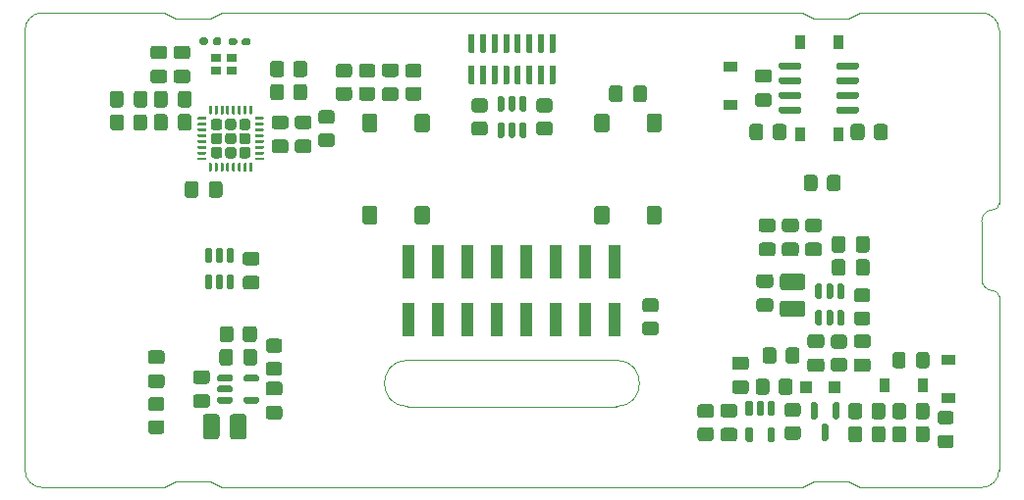
<source format=gtp>
G04 #@! TF.GenerationSoftware,KiCad,Pcbnew,6.0.11+dfsg-1*
G04 #@! TF.ProjectId,project,70726f6a-6563-4742-9e6b-696361645f70,rev?*
G04 #@! TF.SameCoordinates,Original*
G04 #@! TF.FileFunction,Paste,Top*
G04 #@! TF.FilePolarity,Positive*
%FSLAX46Y46*%
G04 Gerber Fmt 4.6, Leading zero omitted, Abs format (unit mm)*
%MOMM*%
%LPD*%
G01*
G04 APERTURE LIST*
G04 #@! TA.AperFunction,Profile*
%ADD10C,0.100000*%
G04 #@! TD*
%ADD11R,0.900000X1.200000*%
%ADD12R,0.900000X0.800000*%
%ADD13R,1.000000X1.000000*%
%ADD14R,1.200000X0.900000*%
%ADD15R,1.000000X3.000000*%
G04 APERTURE END LIST*
D10*
X197262500Y-114037500D02*
X198262500Y-113537500D01*
X142262500Y-154037499D02*
X143262500Y-154537500D01*
X177262500Y-147537500D02*
G75*
G03*
X177262500Y-143537500I0J2000000D01*
G01*
X139262500Y-154037500D02*
X142262500Y-154037499D01*
X194262500Y-154037500D02*
X197262500Y-154037499D01*
X208762500Y-131537500D02*
X208762500Y-136537500D01*
X139262500Y-114037500D02*
X142262500Y-114037500D01*
X208762500Y-154537500D02*
G75*
G03*
X210262500Y-153037500I0J1500000D01*
G01*
X142262500Y-114037500D02*
X143262500Y-113537500D01*
X208762500Y-136537500D02*
G75*
G03*
X209762500Y-137537500I1000000J0D01*
G01*
X198262500Y-113537500D02*
X208762500Y-113537500D01*
X209762500Y-130537500D02*
G75*
G03*
X208762500Y-131537500I0J-1000000D01*
G01*
X138262500Y-113537500D02*
X127762500Y-113537500D01*
X126262500Y-153037500D02*
X126262500Y-115037500D01*
X210262500Y-138037500D02*
X210262500Y-153037500D01*
X127762500Y-113537500D02*
G75*
G03*
X126262500Y-115037500I0J-1500000D01*
G01*
X198262500Y-154537500D02*
X208762500Y-154537500D01*
X197262500Y-154037499D02*
X198262500Y-154537500D01*
X194262500Y-114037500D02*
X197262500Y-114037500D01*
X210262500Y-138037500D02*
G75*
G03*
X209762500Y-137537500I-500000J0D01*
G01*
X138262500Y-154537499D02*
X127762500Y-154537500D01*
X139262500Y-114037500D02*
X138262500Y-113537500D01*
X177262500Y-147537500D02*
X159262500Y-147537500D01*
X126262500Y-153037500D02*
G75*
G03*
X127762500Y-154537500I1500000J0D01*
G01*
X159262500Y-143537500D02*
X177262500Y-143537500D01*
X139262500Y-154037500D02*
X138262500Y-154537499D01*
X209762500Y-130537500D02*
G75*
G03*
X210262500Y-130037500I0J500000D01*
G01*
X210262500Y-130037500D02*
X210262500Y-115037500D01*
X159262500Y-143537500D02*
G75*
G03*
X159262500Y-147537500I0J-2000000D01*
G01*
X143262500Y-113537500D02*
X193262500Y-113537500D01*
X210262500Y-115037500D02*
G75*
G03*
X208762500Y-113537500I-1500000J0D01*
G01*
X194262500Y-154037500D02*
X193262500Y-154537499D01*
X194262500Y-114037500D02*
X193262500Y-113537500D01*
X193262500Y-154537499D02*
X143262500Y-154537500D01*
G36*
G01*
X205212500Y-147937500D02*
X206112500Y-147937500D01*
G75*
G02*
X206362500Y-148187500I0J-250000D01*
G01*
X206362500Y-148837500D01*
G75*
G02*
X206112500Y-149087500I-250000J0D01*
G01*
X205212500Y-149087500D01*
G75*
G02*
X204962500Y-148837500I0J250000D01*
G01*
X204962500Y-148187500D01*
G75*
G02*
X205212500Y-147937500I250000J0D01*
G01*
G37*
G36*
G01*
X205212500Y-149987500D02*
X206112500Y-149987500D01*
G75*
G02*
X206362500Y-150237500I0J-250000D01*
G01*
X206362500Y-150887500D01*
G75*
G02*
X206112500Y-151137500I-250000J0D01*
G01*
X205212500Y-151137500D01*
G75*
G02*
X204962500Y-150887500I0J250000D01*
G01*
X204962500Y-150237500D01*
G75*
G02*
X205212500Y-149987500I250000J0D01*
G01*
G37*
G36*
G01*
X145697500Y-115882500D02*
X145697500Y-116192500D01*
G75*
G02*
X145542500Y-116347500I-155000J0D01*
G01*
X145117500Y-116347500D01*
G75*
G02*
X144962500Y-116192500I0J155000D01*
G01*
X144962500Y-115882500D01*
G75*
G02*
X145117500Y-115727500I155000J0D01*
G01*
X145542500Y-115727500D01*
G75*
G02*
X145697500Y-115882500I0J-155000D01*
G01*
G37*
G36*
G01*
X144562500Y-115882500D02*
X144562500Y-116192500D01*
G75*
G02*
X144407500Y-116347500I-155000J0D01*
G01*
X143982500Y-116347500D01*
G75*
G02*
X143827500Y-116192500I0J155000D01*
G01*
X143827500Y-115882500D01*
G75*
G02*
X143982500Y-115727500I155000J0D01*
G01*
X144407500Y-115727500D01*
G75*
G02*
X144562500Y-115882500I0J-155000D01*
G01*
G37*
G36*
G01*
X195837500Y-136012500D02*
X195837500Y-135062500D01*
G75*
G02*
X196087500Y-134812500I250000J0D01*
G01*
X196762500Y-134812500D01*
G75*
G02*
X197012500Y-135062500I0J-250000D01*
G01*
X197012500Y-136012500D01*
G75*
G02*
X196762500Y-136262500I-250000J0D01*
G01*
X196087500Y-136262500D01*
G75*
G02*
X195837500Y-136012500I0J250000D01*
G01*
G37*
G36*
G01*
X197912500Y-136012500D02*
X197912500Y-135062500D01*
G75*
G02*
X198162500Y-134812500I250000J0D01*
G01*
X198837500Y-134812500D01*
G75*
G02*
X199087500Y-135062500I0J-250000D01*
G01*
X199087500Y-136012500D01*
G75*
G02*
X198837500Y-136262500I-250000J0D01*
G01*
X198162500Y-136262500D01*
G75*
G02*
X197912500Y-136012500I0J250000D01*
G01*
G37*
G36*
G01*
X140625000Y-122525000D02*
X140625000Y-123475000D01*
G75*
G02*
X140375000Y-123725000I-250000J0D01*
G01*
X139700000Y-123725000D01*
G75*
G02*
X139450000Y-123475000I0J250000D01*
G01*
X139450000Y-122525000D01*
G75*
G02*
X139700000Y-122275000I250000J0D01*
G01*
X140375000Y-122275000D01*
G75*
G02*
X140625000Y-122525000I0J-250000D01*
G01*
G37*
G36*
G01*
X138550000Y-122525000D02*
X138550000Y-123475000D01*
G75*
G02*
X138300000Y-123725000I-250000J0D01*
G01*
X137625000Y-123725000D01*
G75*
G02*
X137375000Y-123475000I0J250000D01*
G01*
X137375000Y-122525000D01*
G75*
G02*
X137625000Y-122275000I250000J0D01*
G01*
X138300000Y-122275000D01*
G75*
G02*
X138550000Y-122525000I0J-250000D01*
G01*
G37*
G36*
G01*
X198912500Y-140537500D02*
X198012500Y-140537500D01*
G75*
G02*
X197762500Y-140287500I0J250000D01*
G01*
X197762500Y-139587500D01*
G75*
G02*
X198012500Y-139337500I250000J0D01*
G01*
X198912500Y-139337500D01*
G75*
G02*
X199162500Y-139587500I0J-250000D01*
G01*
X199162500Y-140287500D01*
G75*
G02*
X198912500Y-140537500I-250000J0D01*
G01*
G37*
G36*
G01*
X198912500Y-138537500D02*
X198012500Y-138537500D01*
G75*
G02*
X197762500Y-138287500I0J250000D01*
G01*
X197762500Y-137587500D01*
G75*
G02*
X198012500Y-137337500I250000J0D01*
G01*
X198912500Y-137337500D01*
G75*
G02*
X199162500Y-137587500I0J-250000D01*
G01*
X199162500Y-138287500D01*
G75*
G02*
X198912500Y-138537500I-250000J0D01*
G01*
G37*
G36*
G01*
X150600000Y-119950000D02*
X150600000Y-120850000D01*
G75*
G02*
X150350000Y-121100000I-250000J0D01*
G01*
X149650000Y-121100000D01*
G75*
G02*
X149400000Y-120850000I0J250000D01*
G01*
X149400000Y-119950000D01*
G75*
G02*
X149650000Y-119700000I250000J0D01*
G01*
X150350000Y-119700000D01*
G75*
G02*
X150600000Y-119950000I0J-250000D01*
G01*
G37*
G36*
G01*
X148600000Y-119950000D02*
X148600000Y-120850000D01*
G75*
G02*
X148350000Y-121100000I-250000J0D01*
G01*
X147650000Y-121100000D01*
G75*
G02*
X147400000Y-120850000I0J250000D01*
G01*
X147400000Y-119950000D01*
G75*
G02*
X147650000Y-119700000I250000J0D01*
G01*
X148350000Y-119700000D01*
G75*
G02*
X148600000Y-119950000I0J-250000D01*
G01*
G37*
D11*
X193087500Y-124037500D03*
X196387500Y-124037500D03*
G36*
G01*
X200462500Y-149487500D02*
X200462500Y-150387500D01*
G75*
G02*
X200212500Y-150637500I-250000J0D01*
G01*
X199512500Y-150637500D01*
G75*
G02*
X199262500Y-150387500I0J250000D01*
G01*
X199262500Y-149487500D01*
G75*
G02*
X199512500Y-149237500I250000J0D01*
G01*
X200212500Y-149237500D01*
G75*
G02*
X200462500Y-149487500I0J-250000D01*
G01*
G37*
G36*
G01*
X198462500Y-149487500D02*
X198462500Y-150387500D01*
G75*
G02*
X198212500Y-150637500I-250000J0D01*
G01*
X197512500Y-150637500D01*
G75*
G02*
X197262500Y-150387500I0J250000D01*
G01*
X197262500Y-149487500D01*
G75*
G02*
X197512500Y-149237500I250000J0D01*
G01*
X198212500Y-149237500D01*
G75*
G02*
X198462500Y-149487500I0J-250000D01*
G01*
G37*
G36*
G01*
X148737500Y-125662500D02*
X147787500Y-125662500D01*
G75*
G02*
X147537500Y-125412500I0J250000D01*
G01*
X147537500Y-124737500D01*
G75*
G02*
X147787500Y-124487500I250000J0D01*
G01*
X148737500Y-124487500D01*
G75*
G02*
X148987500Y-124737500I0J-250000D01*
G01*
X148987500Y-125412500D01*
G75*
G02*
X148737500Y-125662500I-250000J0D01*
G01*
G37*
G36*
G01*
X148737500Y-123587500D02*
X147787500Y-123587500D01*
G75*
G02*
X147537500Y-123337500I0J250000D01*
G01*
X147537500Y-122662500D01*
G75*
G02*
X147787500Y-122412500I250000J0D01*
G01*
X148737500Y-122412500D01*
G75*
G02*
X148987500Y-122662500I0J-250000D01*
G01*
X148987500Y-123337500D01*
G75*
G02*
X148737500Y-123587500I-250000J0D01*
G01*
G37*
G36*
G01*
X195837500Y-134012500D02*
X195837500Y-133062500D01*
G75*
G02*
X196087500Y-132812500I250000J0D01*
G01*
X196762500Y-132812500D01*
G75*
G02*
X197012500Y-133062500I0J-250000D01*
G01*
X197012500Y-134012500D01*
G75*
G02*
X196762500Y-134262500I-250000J0D01*
G01*
X196087500Y-134262500D01*
G75*
G02*
X195837500Y-134012500I0J250000D01*
G01*
G37*
G36*
G01*
X197912500Y-134012500D02*
X197912500Y-133062500D01*
G75*
G02*
X198162500Y-132812500I250000J0D01*
G01*
X198837500Y-132812500D01*
G75*
G02*
X199087500Y-133062500I0J-250000D01*
G01*
X199087500Y-134012500D01*
G75*
G02*
X198837500Y-134262500I-250000J0D01*
G01*
X198162500Y-134262500D01*
G75*
G02*
X197912500Y-134012500I0J250000D01*
G01*
G37*
G36*
G01*
X193412500Y-128687500D02*
X193412500Y-127787500D01*
G75*
G02*
X193662500Y-127537500I250000J0D01*
G01*
X194362500Y-127537500D01*
G75*
G02*
X194612500Y-127787500I0J-250000D01*
G01*
X194612500Y-128687500D01*
G75*
G02*
X194362500Y-128937500I-250000J0D01*
G01*
X193662500Y-128937500D01*
G75*
G02*
X193412500Y-128687500I0J250000D01*
G01*
G37*
G36*
G01*
X195412500Y-128687500D02*
X195412500Y-127787500D01*
G75*
G02*
X195662500Y-127537500I250000J0D01*
G01*
X196362500Y-127537500D01*
G75*
G02*
X196612500Y-127787500I0J-250000D01*
G01*
X196612500Y-128687500D01*
G75*
G02*
X196362500Y-128937500I-250000J0D01*
G01*
X195662500Y-128937500D01*
G75*
G02*
X195412500Y-128687500I0J250000D01*
G01*
G37*
G36*
G01*
X192737500Y-134562500D02*
X191787500Y-134562500D01*
G75*
G02*
X191537500Y-134312500I0J250000D01*
G01*
X191537500Y-133637500D01*
G75*
G02*
X191787500Y-133387500I250000J0D01*
G01*
X192737500Y-133387500D01*
G75*
G02*
X192987500Y-133637500I0J-250000D01*
G01*
X192987500Y-134312500D01*
G75*
G02*
X192737500Y-134562500I-250000J0D01*
G01*
G37*
G36*
G01*
X192737500Y-132487500D02*
X191787500Y-132487500D01*
G75*
G02*
X191537500Y-132237500I0J250000D01*
G01*
X191537500Y-131562500D01*
G75*
G02*
X191787500Y-131312500I250000J0D01*
G01*
X192737500Y-131312500D01*
G75*
G02*
X192987500Y-131562500I0J-250000D01*
G01*
X192987500Y-132237500D01*
G75*
G02*
X192737500Y-132487500I-250000J0D01*
G01*
G37*
G36*
G01*
X184512500Y-147337500D02*
X185412500Y-147337500D01*
G75*
G02*
X185662500Y-147587500I0J-250000D01*
G01*
X185662500Y-148287500D01*
G75*
G02*
X185412500Y-148537500I-250000J0D01*
G01*
X184512500Y-148537500D01*
G75*
G02*
X184262500Y-148287500I0J250000D01*
G01*
X184262500Y-147587500D01*
G75*
G02*
X184512500Y-147337500I250000J0D01*
G01*
G37*
G36*
G01*
X184512500Y-149337500D02*
X185412500Y-149337500D01*
G75*
G02*
X185662500Y-149587500I0J-250000D01*
G01*
X185662500Y-150287500D01*
G75*
G02*
X185412500Y-150537500I-250000J0D01*
G01*
X184512500Y-150537500D01*
G75*
G02*
X184262500Y-150287500I0J250000D01*
G01*
X184262500Y-149587500D01*
G75*
G02*
X184512500Y-149337500I250000J0D01*
G01*
G37*
G36*
G01*
X200462500Y-147487500D02*
X200462500Y-148387500D01*
G75*
G02*
X200212500Y-148637500I-250000J0D01*
G01*
X199512500Y-148637500D01*
G75*
G02*
X199262500Y-148387500I0J250000D01*
G01*
X199262500Y-147487500D01*
G75*
G02*
X199512500Y-147237500I250000J0D01*
G01*
X200212500Y-147237500D01*
G75*
G02*
X200462500Y-147487500I0J-250000D01*
G01*
G37*
G36*
G01*
X198462500Y-147487500D02*
X198462500Y-148387500D01*
G75*
G02*
X198212500Y-148637500I-250000J0D01*
G01*
X197512500Y-148637500D01*
G75*
G02*
X197262500Y-148387500I0J250000D01*
G01*
X197262500Y-147487500D01*
G75*
G02*
X197512500Y-147237500I250000J0D01*
G01*
X198212500Y-147237500D01*
G75*
G02*
X198462500Y-147487500I0J-250000D01*
G01*
G37*
G36*
G01*
X192462500Y-145387500D02*
X192462500Y-146287500D01*
G75*
G02*
X192212500Y-146537500I-250000J0D01*
G01*
X191512500Y-146537500D01*
G75*
G02*
X191262500Y-146287500I0J250000D01*
G01*
X191262500Y-145387500D01*
G75*
G02*
X191512500Y-145137500I250000J0D01*
G01*
X192212500Y-145137500D01*
G75*
G02*
X192462500Y-145387500I0J-250000D01*
G01*
G37*
G36*
G01*
X190462500Y-145387500D02*
X190462500Y-146287500D01*
G75*
G02*
X190212500Y-146537500I-250000J0D01*
G01*
X189512500Y-146537500D01*
G75*
G02*
X189262500Y-146287500I0J250000D01*
G01*
X189262500Y-145387500D01*
G75*
G02*
X189512500Y-145137500I250000J0D01*
G01*
X190212500Y-145137500D01*
G75*
G02*
X190462500Y-145387500I0J-250000D01*
G01*
G37*
G36*
G01*
X190737500Y-134562500D02*
X189787500Y-134562500D01*
G75*
G02*
X189537500Y-134312500I0J250000D01*
G01*
X189537500Y-133637500D01*
G75*
G02*
X189787500Y-133387500I250000J0D01*
G01*
X190737500Y-133387500D01*
G75*
G02*
X190987500Y-133637500I0J-250000D01*
G01*
X190987500Y-134312500D01*
G75*
G02*
X190737500Y-134562500I-250000J0D01*
G01*
G37*
G36*
G01*
X190737500Y-132487500D02*
X189787500Y-132487500D01*
G75*
G02*
X189537500Y-132237500I0J250000D01*
G01*
X189537500Y-131562500D01*
G75*
G02*
X189787500Y-131312500I250000J0D01*
G01*
X190737500Y-131312500D01*
G75*
G02*
X190987500Y-131562500I0J-250000D01*
G01*
X190987500Y-132237500D01*
G75*
G02*
X190737500Y-132487500I-250000J0D01*
G01*
G37*
D12*
X144100000Y-117450000D03*
X142700000Y-117450000D03*
X142700000Y-118550000D03*
X144100000Y-118550000D03*
G36*
G01*
X151812500Y-121937500D02*
X152712500Y-121937500D01*
G75*
G02*
X152962500Y-122187500I0J-250000D01*
G01*
X152962500Y-122887500D01*
G75*
G02*
X152712500Y-123137500I-250000J0D01*
G01*
X151812500Y-123137500D01*
G75*
G02*
X151562500Y-122887500I0J250000D01*
G01*
X151562500Y-122187500D01*
G75*
G02*
X151812500Y-121937500I250000J0D01*
G01*
G37*
G36*
G01*
X151812500Y-123937500D02*
X152712500Y-123937500D01*
G75*
G02*
X152962500Y-124187500I0J-250000D01*
G01*
X152962500Y-124887500D01*
G75*
G02*
X152712500Y-125137500I-250000J0D01*
G01*
X151812500Y-125137500D01*
G75*
G02*
X151562500Y-124887500I0J250000D01*
G01*
X151562500Y-124187500D01*
G75*
G02*
X151812500Y-123937500I250000J0D01*
G01*
G37*
G36*
G01*
X194937500Y-144562500D02*
X193987500Y-144562500D01*
G75*
G02*
X193737500Y-144312500I0J250000D01*
G01*
X193737500Y-143637500D01*
G75*
G02*
X193987500Y-143387500I250000J0D01*
G01*
X194937500Y-143387500D01*
G75*
G02*
X195187500Y-143637500I0J-250000D01*
G01*
X195187500Y-144312500D01*
G75*
G02*
X194937500Y-144562500I-250000J0D01*
G01*
G37*
G36*
G01*
X194937500Y-142487500D02*
X193987500Y-142487500D01*
G75*
G02*
X193737500Y-142237500I0J250000D01*
G01*
X193737500Y-141562500D01*
G75*
G02*
X193987500Y-141312500I250000J0D01*
G01*
X194937500Y-141312500D01*
G75*
G02*
X195187500Y-141562500I0J-250000D01*
G01*
X195187500Y-142237500D01*
G75*
G02*
X194937500Y-142487500I-250000J0D01*
G01*
G37*
G36*
G01*
X197987500Y-141312500D02*
X198937500Y-141312500D01*
G75*
G02*
X199187500Y-141562500I0J-250000D01*
G01*
X199187500Y-142237500D01*
G75*
G02*
X198937500Y-142487500I-250000J0D01*
G01*
X197987500Y-142487500D01*
G75*
G02*
X197737500Y-142237500I0J250000D01*
G01*
X197737500Y-141562500D01*
G75*
G02*
X197987500Y-141312500I250000J0D01*
G01*
G37*
G36*
G01*
X197987500Y-143387500D02*
X198937500Y-143387500D01*
G75*
G02*
X199187500Y-143637500I0J-250000D01*
G01*
X199187500Y-144312500D01*
G75*
G02*
X198937500Y-144562500I-250000J0D01*
G01*
X197987500Y-144562500D01*
G75*
G02*
X197737500Y-144312500I0J250000D01*
G01*
X197737500Y-143637500D01*
G75*
G02*
X197987500Y-143387500I250000J0D01*
G01*
G37*
G36*
G01*
X196062500Y-147162500D02*
X196362500Y-147162500D01*
G75*
G02*
X196512500Y-147312500I0J-150000D01*
G01*
X196512500Y-148487500D01*
G75*
G02*
X196362500Y-148637500I-150000J0D01*
G01*
X196062500Y-148637500D01*
G75*
G02*
X195912500Y-148487500I0J150000D01*
G01*
X195912500Y-147312500D01*
G75*
G02*
X196062500Y-147162500I150000J0D01*
G01*
G37*
G36*
G01*
X194162500Y-147162500D02*
X194462500Y-147162500D01*
G75*
G02*
X194612500Y-147312500I0J-150000D01*
G01*
X194612500Y-148487500D01*
G75*
G02*
X194462500Y-148637500I-150000J0D01*
G01*
X194162500Y-148637500D01*
G75*
G02*
X194012500Y-148487500I0J150000D01*
G01*
X194012500Y-147312500D01*
G75*
G02*
X194162500Y-147162500I150000J0D01*
G01*
G37*
G36*
G01*
X195112500Y-149037500D02*
X195412500Y-149037500D01*
G75*
G02*
X195562500Y-149187500I0J-150000D01*
G01*
X195562500Y-150362500D01*
G75*
G02*
X195412500Y-150512500I-150000J0D01*
G01*
X195112500Y-150512500D01*
G75*
G02*
X194962500Y-150362500I0J150000D01*
G01*
X194962500Y-149187500D01*
G75*
G02*
X195112500Y-149037500I150000J0D01*
G01*
G37*
G36*
G01*
X169062500Y-120737500D02*
X169362500Y-120737500D01*
G75*
G02*
X169512500Y-120887500I0J-150000D01*
G01*
X169512500Y-121912500D01*
G75*
G02*
X169362500Y-122062500I-150000J0D01*
G01*
X169062500Y-122062500D01*
G75*
G02*
X168912500Y-121912500I0J150000D01*
G01*
X168912500Y-120887500D01*
G75*
G02*
X169062500Y-120737500I150000J0D01*
G01*
G37*
G36*
G01*
X168112500Y-120737500D02*
X168412500Y-120737500D01*
G75*
G02*
X168562500Y-120887500I0J-150000D01*
G01*
X168562500Y-121912500D01*
G75*
G02*
X168412500Y-122062500I-150000J0D01*
G01*
X168112500Y-122062500D01*
G75*
G02*
X167962500Y-121912500I0J150000D01*
G01*
X167962500Y-120887500D01*
G75*
G02*
X168112500Y-120737500I150000J0D01*
G01*
G37*
G36*
G01*
X167162500Y-120737500D02*
X167462500Y-120737500D01*
G75*
G02*
X167612500Y-120887500I0J-150000D01*
G01*
X167612500Y-121912500D01*
G75*
G02*
X167462500Y-122062500I-150000J0D01*
G01*
X167162500Y-122062500D01*
G75*
G02*
X167012500Y-121912500I0J150000D01*
G01*
X167012500Y-120887500D01*
G75*
G02*
X167162500Y-120737500I150000J0D01*
G01*
G37*
G36*
G01*
X167162500Y-123012500D02*
X167462500Y-123012500D01*
G75*
G02*
X167612500Y-123162500I0J-150000D01*
G01*
X167612500Y-124187500D01*
G75*
G02*
X167462500Y-124337500I-150000J0D01*
G01*
X167162500Y-124337500D01*
G75*
G02*
X167012500Y-124187500I0J150000D01*
G01*
X167012500Y-123162500D01*
G75*
G02*
X167162500Y-123012500I150000J0D01*
G01*
G37*
G36*
G01*
X168112500Y-123012500D02*
X168412500Y-123012500D01*
G75*
G02*
X168562500Y-123162500I0J-150000D01*
G01*
X168562500Y-124187500D01*
G75*
G02*
X168412500Y-124337500I-150000J0D01*
G01*
X168112500Y-124337500D01*
G75*
G02*
X167962500Y-124187500I0J150000D01*
G01*
X167962500Y-123162500D01*
G75*
G02*
X168112500Y-123012500I150000J0D01*
G01*
G37*
G36*
G01*
X169062500Y-123012500D02*
X169362500Y-123012500D01*
G75*
G02*
X169512500Y-123162500I0J-150000D01*
G01*
X169512500Y-124187500D01*
G75*
G02*
X169362500Y-124337500I-150000J0D01*
G01*
X169062500Y-124337500D01*
G75*
G02*
X168912500Y-124187500I0J150000D01*
G01*
X168912500Y-123162500D01*
G75*
G02*
X169062500Y-123012500I150000J0D01*
G01*
G37*
G36*
G01*
X204262500Y-143087500D02*
X204262500Y-143987500D01*
G75*
G02*
X204012500Y-144237500I-250000J0D01*
G01*
X203362500Y-144237500D01*
G75*
G02*
X203112500Y-143987500I0J250000D01*
G01*
X203112500Y-143087500D01*
G75*
G02*
X203362500Y-142837500I250000J0D01*
G01*
X204012500Y-142837500D01*
G75*
G02*
X204262500Y-143087500I0J-250000D01*
G01*
G37*
G36*
G01*
X202212500Y-143087500D02*
X202212500Y-143987500D01*
G75*
G02*
X201962500Y-144237500I-250000J0D01*
G01*
X201312500Y-144237500D01*
G75*
G02*
X201062500Y-143987500I0J250000D01*
G01*
X201062500Y-143087500D01*
G75*
G02*
X201312500Y-142837500I250000J0D01*
G01*
X201962500Y-142837500D01*
G75*
G02*
X202212500Y-143087500I0J-250000D01*
G01*
G37*
G36*
G01*
X201062500Y-148387500D02*
X201062500Y-147487500D01*
G75*
G02*
X201312500Y-147237500I250000J0D01*
G01*
X202012500Y-147237500D01*
G75*
G02*
X202262500Y-147487500I0J-250000D01*
G01*
X202262500Y-148387500D01*
G75*
G02*
X202012500Y-148637500I-250000J0D01*
G01*
X201312500Y-148637500D01*
G75*
G02*
X201062500Y-148387500I0J250000D01*
G01*
G37*
G36*
G01*
X203062500Y-148387500D02*
X203062500Y-147487500D01*
G75*
G02*
X203312500Y-147237500I250000J0D01*
G01*
X204012500Y-147237500D01*
G75*
G02*
X204262500Y-147487500I0J-250000D01*
G01*
X204262500Y-148387500D01*
G75*
G02*
X204012500Y-148637500I-250000J0D01*
G01*
X203312500Y-148637500D01*
G75*
G02*
X203062500Y-148387500I0J250000D01*
G01*
G37*
G36*
G01*
X190537500Y-139362500D02*
X189587500Y-139362500D01*
G75*
G02*
X189337500Y-139112500I0J250000D01*
G01*
X189337500Y-138437500D01*
G75*
G02*
X189587500Y-138187500I250000J0D01*
G01*
X190537500Y-138187500D01*
G75*
G02*
X190787500Y-138437500I0J-250000D01*
G01*
X190787500Y-139112500D01*
G75*
G02*
X190537500Y-139362500I-250000J0D01*
G01*
G37*
G36*
G01*
X190537500Y-137287500D02*
X189587500Y-137287500D01*
G75*
G02*
X189337500Y-137037500I0J250000D01*
G01*
X189337500Y-136362500D01*
G75*
G02*
X189587500Y-136112500I250000J0D01*
G01*
X190537500Y-136112500D01*
G75*
G02*
X190787500Y-136362500I0J-250000D01*
G01*
X190787500Y-137037500D01*
G75*
G02*
X190537500Y-137287500I-250000J0D01*
G01*
G37*
G36*
G01*
X201062500Y-150387500D02*
X201062500Y-149487500D01*
G75*
G02*
X201312500Y-149237500I250000J0D01*
G01*
X202012500Y-149237500D01*
G75*
G02*
X202262500Y-149487500I0J-250000D01*
G01*
X202262500Y-150387500D01*
G75*
G02*
X202012500Y-150637500I-250000J0D01*
G01*
X201312500Y-150637500D01*
G75*
G02*
X201062500Y-150387500I0J250000D01*
G01*
G37*
G36*
G01*
X203062500Y-150387500D02*
X203062500Y-149487500D01*
G75*
G02*
X203312500Y-149237500I250000J0D01*
G01*
X204012500Y-149237500D01*
G75*
G02*
X204262500Y-149487500I0J-250000D01*
G01*
X204262500Y-150387500D01*
G75*
G02*
X204012500Y-150637500I-250000J0D01*
G01*
X203312500Y-150637500D01*
G75*
G02*
X203062500Y-150387500I0J250000D01*
G01*
G37*
D13*
X193612500Y-145837500D03*
X196112500Y-145837500D03*
G36*
G01*
X157287500Y-117912500D02*
X158237500Y-117912500D01*
G75*
G02*
X158487500Y-118162500I0J-250000D01*
G01*
X158487500Y-118837500D01*
G75*
G02*
X158237500Y-119087500I-250000J0D01*
G01*
X157287500Y-119087500D01*
G75*
G02*
X157037500Y-118837500I0J250000D01*
G01*
X157037500Y-118162500D01*
G75*
G02*
X157287500Y-117912500I250000J0D01*
G01*
G37*
G36*
G01*
X157287500Y-119987500D02*
X158237500Y-119987500D01*
G75*
G02*
X158487500Y-120237500I0J-250000D01*
G01*
X158487500Y-120912500D01*
G75*
G02*
X158237500Y-121162500I-250000J0D01*
G01*
X157287500Y-121162500D01*
G75*
G02*
X157037500Y-120912500I0J250000D01*
G01*
X157037500Y-120237500D01*
G75*
G02*
X157287500Y-119987500I250000J0D01*
G01*
G37*
G36*
G01*
X179887500Y-120062500D02*
X179887500Y-121012500D01*
G75*
G02*
X179637500Y-121262500I-250000J0D01*
G01*
X178962500Y-121262500D01*
G75*
G02*
X178712500Y-121012500I0J250000D01*
G01*
X178712500Y-120062500D01*
G75*
G02*
X178962500Y-119812500I250000J0D01*
G01*
X179637500Y-119812500D01*
G75*
G02*
X179887500Y-120062500I0J-250000D01*
G01*
G37*
G36*
G01*
X177812500Y-120062500D02*
X177812500Y-121012500D01*
G75*
G02*
X177562500Y-121262500I-250000J0D01*
G01*
X176887500Y-121262500D01*
G75*
G02*
X176637500Y-121012500I0J250000D01*
G01*
X176637500Y-120062500D01*
G75*
G02*
X176887500Y-119812500I250000J0D01*
G01*
X177562500Y-119812500D01*
G75*
G02*
X177812500Y-120062500I0J-250000D01*
G01*
G37*
G36*
G01*
X137137500Y-146725000D02*
X138037500Y-146725000D01*
G75*
G02*
X138287500Y-146975000I0J-250000D01*
G01*
X138287500Y-147675000D01*
G75*
G02*
X138037500Y-147925000I-250000J0D01*
G01*
X137137500Y-147925000D01*
G75*
G02*
X136887500Y-147675000I0J250000D01*
G01*
X136887500Y-146975000D01*
G75*
G02*
X137137500Y-146725000I250000J0D01*
G01*
G37*
G36*
G01*
X137137500Y-148725000D02*
X138037500Y-148725000D01*
G75*
G02*
X138287500Y-148975000I0J-250000D01*
G01*
X138287500Y-149675000D01*
G75*
G02*
X138037500Y-149925000I-250000J0D01*
G01*
X137137500Y-149925000D01*
G75*
G02*
X136887500Y-149675000I0J250000D01*
G01*
X136887500Y-148975000D01*
G75*
G02*
X137137500Y-148725000I250000J0D01*
G01*
G37*
G36*
G01*
X164562500Y-115377500D02*
X164962500Y-115377500D01*
G75*
G02*
X165012500Y-115427500I0J-50000D01*
G01*
X165012500Y-116917500D01*
G75*
G02*
X164962500Y-116967500I-50000J0D01*
G01*
X164562500Y-116967500D01*
G75*
G02*
X164512500Y-116917500I0J50000D01*
G01*
X164512500Y-115427500D01*
G75*
G02*
X164562500Y-115377500I50000J0D01*
G01*
G37*
G36*
G01*
X165562500Y-115377500D02*
X165962500Y-115377500D01*
G75*
G02*
X166012500Y-115427500I0J-50000D01*
G01*
X166012500Y-116917500D01*
G75*
G02*
X165962500Y-116967500I-50000J0D01*
G01*
X165562500Y-116967500D01*
G75*
G02*
X165512500Y-116917500I0J50000D01*
G01*
X165512500Y-115427500D01*
G75*
G02*
X165562500Y-115377500I50000J0D01*
G01*
G37*
G36*
G01*
X166562500Y-115377500D02*
X166962500Y-115377500D01*
G75*
G02*
X167012500Y-115427500I0J-50000D01*
G01*
X167012500Y-116917500D01*
G75*
G02*
X166962500Y-116967500I-50000J0D01*
G01*
X166562500Y-116967500D01*
G75*
G02*
X166512500Y-116917500I0J50000D01*
G01*
X166512500Y-115427500D01*
G75*
G02*
X166562500Y-115377500I50000J0D01*
G01*
G37*
G36*
G01*
X167562500Y-115377500D02*
X167962500Y-115377500D01*
G75*
G02*
X168012500Y-115427500I0J-50000D01*
G01*
X168012500Y-116917500D01*
G75*
G02*
X167962500Y-116967500I-50000J0D01*
G01*
X167562500Y-116967500D01*
G75*
G02*
X167512500Y-116917500I0J50000D01*
G01*
X167512500Y-115427500D01*
G75*
G02*
X167562500Y-115377500I50000J0D01*
G01*
G37*
G36*
G01*
X168562500Y-115377500D02*
X168962500Y-115377500D01*
G75*
G02*
X169012500Y-115427500I0J-50000D01*
G01*
X169012500Y-116917500D01*
G75*
G02*
X168962500Y-116967500I-50000J0D01*
G01*
X168562500Y-116967500D01*
G75*
G02*
X168512500Y-116917500I0J50000D01*
G01*
X168512500Y-115427500D01*
G75*
G02*
X168562500Y-115377500I50000J0D01*
G01*
G37*
G36*
G01*
X169562500Y-115377500D02*
X169962500Y-115377500D01*
G75*
G02*
X170012500Y-115427500I0J-50000D01*
G01*
X170012500Y-116917500D01*
G75*
G02*
X169962500Y-116967500I-50000J0D01*
G01*
X169562500Y-116967500D01*
G75*
G02*
X169512500Y-116917500I0J50000D01*
G01*
X169512500Y-115427500D01*
G75*
G02*
X169562500Y-115377500I50000J0D01*
G01*
G37*
G36*
G01*
X170562500Y-115377500D02*
X170962500Y-115377500D01*
G75*
G02*
X171012500Y-115427500I0J-50000D01*
G01*
X171012500Y-116917500D01*
G75*
G02*
X170962500Y-116967500I-50000J0D01*
G01*
X170562500Y-116967500D01*
G75*
G02*
X170512500Y-116917500I0J50000D01*
G01*
X170512500Y-115427500D01*
G75*
G02*
X170562500Y-115377500I50000J0D01*
G01*
G37*
G36*
G01*
X171562500Y-115377500D02*
X171962500Y-115377500D01*
G75*
G02*
X172012500Y-115427500I0J-50000D01*
G01*
X172012500Y-116917500D01*
G75*
G02*
X171962500Y-116967500I-50000J0D01*
G01*
X171562500Y-116967500D01*
G75*
G02*
X171512500Y-116917500I0J50000D01*
G01*
X171512500Y-115427500D01*
G75*
G02*
X171562500Y-115377500I50000J0D01*
G01*
G37*
G36*
G01*
X171562500Y-118107500D02*
X171962500Y-118107500D01*
G75*
G02*
X172012500Y-118157500I0J-50000D01*
G01*
X172012500Y-119647500D01*
G75*
G02*
X171962500Y-119697500I-50000J0D01*
G01*
X171562500Y-119697500D01*
G75*
G02*
X171512500Y-119647500I0J50000D01*
G01*
X171512500Y-118157500D01*
G75*
G02*
X171562500Y-118107500I50000J0D01*
G01*
G37*
G36*
G01*
X170562500Y-118107500D02*
X170962500Y-118107500D01*
G75*
G02*
X171012500Y-118157500I0J-50000D01*
G01*
X171012500Y-119647500D01*
G75*
G02*
X170962500Y-119697500I-50000J0D01*
G01*
X170562500Y-119697500D01*
G75*
G02*
X170512500Y-119647500I0J50000D01*
G01*
X170512500Y-118157500D01*
G75*
G02*
X170562500Y-118107500I50000J0D01*
G01*
G37*
G36*
G01*
X169562500Y-118107500D02*
X169962500Y-118107500D01*
G75*
G02*
X170012500Y-118157500I0J-50000D01*
G01*
X170012500Y-119647500D01*
G75*
G02*
X169962500Y-119697500I-50000J0D01*
G01*
X169562500Y-119697500D01*
G75*
G02*
X169512500Y-119647500I0J50000D01*
G01*
X169512500Y-118157500D01*
G75*
G02*
X169562500Y-118107500I50000J0D01*
G01*
G37*
G36*
G01*
X168562500Y-118107500D02*
X168962500Y-118107500D01*
G75*
G02*
X169012500Y-118157500I0J-50000D01*
G01*
X169012500Y-119647500D01*
G75*
G02*
X168962500Y-119697500I-50000J0D01*
G01*
X168562500Y-119697500D01*
G75*
G02*
X168512500Y-119647500I0J50000D01*
G01*
X168512500Y-118157500D01*
G75*
G02*
X168562500Y-118107500I50000J0D01*
G01*
G37*
G36*
G01*
X167562500Y-118107500D02*
X167962500Y-118107500D01*
G75*
G02*
X168012500Y-118157500I0J-50000D01*
G01*
X168012500Y-119647500D01*
G75*
G02*
X167962500Y-119697500I-50000J0D01*
G01*
X167562500Y-119697500D01*
G75*
G02*
X167512500Y-119647500I0J50000D01*
G01*
X167512500Y-118157500D01*
G75*
G02*
X167562500Y-118107500I50000J0D01*
G01*
G37*
G36*
G01*
X166562500Y-118107500D02*
X166962500Y-118107500D01*
G75*
G02*
X167012500Y-118157500I0J-50000D01*
G01*
X167012500Y-119647500D01*
G75*
G02*
X166962500Y-119697500I-50000J0D01*
G01*
X166562500Y-119697500D01*
G75*
G02*
X166512500Y-119647500I0J50000D01*
G01*
X166512500Y-118157500D01*
G75*
G02*
X166562500Y-118107500I50000J0D01*
G01*
G37*
G36*
G01*
X165562500Y-118107500D02*
X165962500Y-118107500D01*
G75*
G02*
X166012500Y-118157500I0J-50000D01*
G01*
X166012500Y-119647500D01*
G75*
G02*
X165962500Y-119697500I-50000J0D01*
G01*
X165562500Y-119697500D01*
G75*
G02*
X165512500Y-119647500I0J50000D01*
G01*
X165512500Y-118157500D01*
G75*
G02*
X165562500Y-118107500I50000J0D01*
G01*
G37*
G36*
G01*
X164562500Y-118107500D02*
X164962500Y-118107500D01*
G75*
G02*
X165012500Y-118157500I0J-50000D01*
G01*
X165012500Y-119647500D01*
G75*
G02*
X164962500Y-119697500I-50000J0D01*
G01*
X164562500Y-119697500D01*
G75*
G02*
X164512500Y-119647500I0J50000D01*
G01*
X164512500Y-118157500D01*
G75*
G02*
X164562500Y-118107500I50000J0D01*
G01*
G37*
G36*
G01*
X143025000Y-143762500D02*
X143025000Y-142812500D01*
G75*
G02*
X143275000Y-142562500I250000J0D01*
G01*
X143950000Y-142562500D01*
G75*
G02*
X144200000Y-142812500I0J-250000D01*
G01*
X144200000Y-143762500D01*
G75*
G02*
X143950000Y-144012500I-250000J0D01*
G01*
X143275000Y-144012500D01*
G75*
G02*
X143025000Y-143762500I0J250000D01*
G01*
G37*
G36*
G01*
X145100000Y-143762500D02*
X145100000Y-142812500D01*
G75*
G02*
X145350000Y-142562500I250000J0D01*
G01*
X146025000Y-142562500D01*
G75*
G02*
X146275000Y-142812500I0J-250000D01*
G01*
X146275000Y-143762500D01*
G75*
G02*
X146025000Y-144012500I-250000J0D01*
G01*
X145350000Y-144012500D01*
G75*
G02*
X145100000Y-143762500I0J250000D01*
G01*
G37*
G36*
G01*
X145287500Y-134182500D02*
X146237500Y-134182500D01*
G75*
G02*
X146487500Y-134432500I0J-250000D01*
G01*
X146487500Y-135107500D01*
G75*
G02*
X146237500Y-135357500I-250000J0D01*
G01*
X145287500Y-135357500D01*
G75*
G02*
X145037500Y-135107500I0J250000D01*
G01*
X145037500Y-134432500D01*
G75*
G02*
X145287500Y-134182500I250000J0D01*
G01*
G37*
G36*
G01*
X145287500Y-136257500D02*
X146237500Y-136257500D01*
G75*
G02*
X146487500Y-136507500I0J-250000D01*
G01*
X146487500Y-137182500D01*
G75*
G02*
X146237500Y-137432500I-250000J0D01*
G01*
X145287500Y-137432500D01*
G75*
G02*
X145037500Y-137182500I0J250000D01*
G01*
X145037500Y-136507500D01*
G75*
G02*
X145287500Y-136257500I250000J0D01*
G01*
G37*
G36*
G01*
X142232500Y-137437500D02*
X141932500Y-137437500D01*
G75*
G02*
X141782500Y-137287500I0J150000D01*
G01*
X141782500Y-136262500D01*
G75*
G02*
X141932500Y-136112500I150000J0D01*
G01*
X142232500Y-136112500D01*
G75*
G02*
X142382500Y-136262500I0J-150000D01*
G01*
X142382500Y-137287500D01*
G75*
G02*
X142232500Y-137437500I-150000J0D01*
G01*
G37*
G36*
G01*
X143182500Y-137437500D02*
X142882500Y-137437500D01*
G75*
G02*
X142732500Y-137287500I0J150000D01*
G01*
X142732500Y-136262500D01*
G75*
G02*
X142882500Y-136112500I150000J0D01*
G01*
X143182500Y-136112500D01*
G75*
G02*
X143332500Y-136262500I0J-150000D01*
G01*
X143332500Y-137287500D01*
G75*
G02*
X143182500Y-137437500I-150000J0D01*
G01*
G37*
G36*
G01*
X144132500Y-137437500D02*
X143832500Y-137437500D01*
G75*
G02*
X143682500Y-137287500I0J150000D01*
G01*
X143682500Y-136262500D01*
G75*
G02*
X143832500Y-136112500I150000J0D01*
G01*
X144132500Y-136112500D01*
G75*
G02*
X144282500Y-136262500I0J-150000D01*
G01*
X144282500Y-137287500D01*
G75*
G02*
X144132500Y-137437500I-150000J0D01*
G01*
G37*
G36*
G01*
X144132500Y-135162500D02*
X143832500Y-135162500D01*
G75*
G02*
X143682500Y-135012500I0J150000D01*
G01*
X143682500Y-133987500D01*
G75*
G02*
X143832500Y-133837500I150000J0D01*
G01*
X144132500Y-133837500D01*
G75*
G02*
X144282500Y-133987500I0J-150000D01*
G01*
X144282500Y-135012500D01*
G75*
G02*
X144132500Y-135162500I-150000J0D01*
G01*
G37*
G36*
G01*
X143182500Y-135162500D02*
X142882500Y-135162500D01*
G75*
G02*
X142732500Y-135012500I0J150000D01*
G01*
X142732500Y-133987500D01*
G75*
G02*
X142882500Y-133837500I150000J0D01*
G01*
X143182500Y-133837500D01*
G75*
G02*
X143332500Y-133987500I0J-150000D01*
G01*
X143332500Y-135012500D01*
G75*
G02*
X143182500Y-135162500I-150000J0D01*
G01*
G37*
G36*
G01*
X142232500Y-135162500D02*
X141932500Y-135162500D01*
G75*
G02*
X141782500Y-135012500I0J150000D01*
G01*
X141782500Y-133987500D01*
G75*
G02*
X141932500Y-133837500I150000J0D01*
G01*
X142232500Y-133837500D01*
G75*
G02*
X142382500Y-133987500I0J-150000D01*
G01*
X142382500Y-135012500D01*
G75*
G02*
X142232500Y-135162500I-150000J0D01*
G01*
G37*
G36*
G01*
X139325000Y-116375000D02*
X140275000Y-116375000D01*
G75*
G02*
X140525000Y-116625000I0J-250000D01*
G01*
X140525000Y-117300000D01*
G75*
G02*
X140275000Y-117550000I-250000J0D01*
G01*
X139325000Y-117550000D01*
G75*
G02*
X139075000Y-117300000I0J250000D01*
G01*
X139075000Y-116625000D01*
G75*
G02*
X139325000Y-116375000I250000J0D01*
G01*
G37*
G36*
G01*
X139325000Y-118450000D02*
X140275000Y-118450000D01*
G75*
G02*
X140525000Y-118700000I0J-250000D01*
G01*
X140525000Y-119375000D01*
G75*
G02*
X140275000Y-119625000I-250000J0D01*
G01*
X139325000Y-119625000D01*
G75*
G02*
X139075000Y-119375000I0J250000D01*
G01*
X139075000Y-118700000D01*
G75*
G02*
X139325000Y-118450000I250000J0D01*
G01*
G37*
G36*
G01*
X138062500Y-145950000D02*
X137112500Y-145950000D01*
G75*
G02*
X136862500Y-145700000I0J250000D01*
G01*
X136862500Y-145025000D01*
G75*
G02*
X137112500Y-144775000I250000J0D01*
G01*
X138062500Y-144775000D01*
G75*
G02*
X138312500Y-145025000I0J-250000D01*
G01*
X138312500Y-145700000D01*
G75*
G02*
X138062500Y-145950000I-250000J0D01*
G01*
G37*
G36*
G01*
X138062500Y-143875000D02*
X137112500Y-143875000D01*
G75*
G02*
X136862500Y-143625000I0J250000D01*
G01*
X136862500Y-142950000D01*
G75*
G02*
X137112500Y-142700000I250000J0D01*
G01*
X138062500Y-142700000D01*
G75*
G02*
X138312500Y-142950000I0J-250000D01*
G01*
X138312500Y-143625000D01*
G75*
G02*
X138062500Y-143875000I-250000J0D01*
G01*
G37*
G36*
G01*
X145362500Y-148437501D02*
X145362500Y-150137499D01*
G75*
G02*
X145112499Y-150387500I-250001J0D01*
G01*
X144187501Y-150387500D01*
G75*
G02*
X143937500Y-150137499I0J250001D01*
G01*
X143937500Y-148437501D01*
G75*
G02*
X144187501Y-148187500I250001J0D01*
G01*
X145112499Y-148187500D01*
G75*
G02*
X145362500Y-148437501I0J-250001D01*
G01*
G37*
G36*
G01*
X143037500Y-148437501D02*
X143037500Y-150137499D01*
G75*
G02*
X142787499Y-150387500I-250001J0D01*
G01*
X141862501Y-150387500D01*
G75*
G02*
X141612500Y-150137499I0J250001D01*
G01*
X141612500Y-148437501D01*
G75*
G02*
X141862501Y-148187500I250001J0D01*
G01*
X142787499Y-148187500D01*
G75*
G02*
X143037500Y-148437501I0J-250001D01*
G01*
G37*
G36*
G01*
X148212500Y-148662500D02*
X147262500Y-148662500D01*
G75*
G02*
X147012500Y-148412500I0J250000D01*
G01*
X147012500Y-147737500D01*
G75*
G02*
X147262500Y-147487500I250000J0D01*
G01*
X148212500Y-147487500D01*
G75*
G02*
X148462500Y-147737500I0J-250000D01*
G01*
X148462500Y-148412500D01*
G75*
G02*
X148212500Y-148662500I-250000J0D01*
G01*
G37*
G36*
G01*
X148212500Y-146587500D02*
X147262500Y-146587500D01*
G75*
G02*
X147012500Y-146337500I0J250000D01*
G01*
X147012500Y-145662500D01*
G75*
G02*
X147262500Y-145412500I250000J0D01*
G01*
X148212500Y-145412500D01*
G75*
G02*
X148462500Y-145662500I0J-250000D01*
G01*
X148462500Y-146337500D01*
G75*
G02*
X148212500Y-146587500I-250000J0D01*
G01*
G37*
G36*
G01*
X188437500Y-146462500D02*
X187487500Y-146462500D01*
G75*
G02*
X187237500Y-146212500I0J250000D01*
G01*
X187237500Y-145537500D01*
G75*
G02*
X187487500Y-145287500I250000J0D01*
G01*
X188437500Y-145287500D01*
G75*
G02*
X188687500Y-145537500I0J-250000D01*
G01*
X188687500Y-146212500D01*
G75*
G02*
X188437500Y-146462500I-250000J0D01*
G01*
G37*
G36*
G01*
X188437500Y-144387500D02*
X187487500Y-144387500D01*
G75*
G02*
X187237500Y-144137500I0J250000D01*
G01*
X187237500Y-143462500D01*
G75*
G02*
X187487500Y-143212500I250000J0D01*
G01*
X188437500Y-143212500D01*
G75*
G02*
X188687500Y-143462500I0J-250000D01*
G01*
X188687500Y-144137500D01*
G75*
G02*
X188437500Y-144387500I-250000J0D01*
G01*
G37*
G36*
G01*
X190462500Y-147037500D02*
X190762500Y-147037500D01*
G75*
G02*
X190912500Y-147187500I0J-150000D01*
G01*
X190912500Y-148212500D01*
G75*
G02*
X190762500Y-148362500I-150000J0D01*
G01*
X190462500Y-148362500D01*
G75*
G02*
X190312500Y-148212500I0J150000D01*
G01*
X190312500Y-147187500D01*
G75*
G02*
X190462500Y-147037500I150000J0D01*
G01*
G37*
G36*
G01*
X189512500Y-147037500D02*
X189812500Y-147037500D01*
G75*
G02*
X189962500Y-147187500I0J-150000D01*
G01*
X189962500Y-148212500D01*
G75*
G02*
X189812500Y-148362500I-150000J0D01*
G01*
X189512500Y-148362500D01*
G75*
G02*
X189362500Y-148212500I0J150000D01*
G01*
X189362500Y-147187500D01*
G75*
G02*
X189512500Y-147037500I150000J0D01*
G01*
G37*
G36*
G01*
X188562500Y-147037500D02*
X188862500Y-147037500D01*
G75*
G02*
X189012500Y-147187500I0J-150000D01*
G01*
X189012500Y-148212500D01*
G75*
G02*
X188862500Y-148362500I-150000J0D01*
G01*
X188562500Y-148362500D01*
G75*
G02*
X188412500Y-148212500I0J150000D01*
G01*
X188412500Y-147187500D01*
G75*
G02*
X188562500Y-147037500I150000J0D01*
G01*
G37*
G36*
G01*
X188562500Y-149312500D02*
X188862500Y-149312500D01*
G75*
G02*
X189012500Y-149462500I0J-150000D01*
G01*
X189012500Y-150487500D01*
G75*
G02*
X188862500Y-150637500I-150000J0D01*
G01*
X188562500Y-150637500D01*
G75*
G02*
X188412500Y-150487500I0J150000D01*
G01*
X188412500Y-149462500D01*
G75*
G02*
X188562500Y-149312500I150000J0D01*
G01*
G37*
G36*
G01*
X190462500Y-149312500D02*
X190762500Y-149312500D01*
G75*
G02*
X190912500Y-149462500I0J-150000D01*
G01*
X190912500Y-150487500D01*
G75*
G02*
X190762500Y-150637500I-150000J0D01*
G01*
X190462500Y-150637500D01*
G75*
G02*
X190312500Y-150487500I0J150000D01*
G01*
X190312500Y-149462500D01*
G75*
G02*
X190462500Y-149312500I150000J0D01*
G01*
G37*
G36*
G01*
X192912500Y-150437500D02*
X192012500Y-150437500D01*
G75*
G02*
X191762500Y-150187500I0J250000D01*
G01*
X191762500Y-149487500D01*
G75*
G02*
X192012500Y-149237500I250000J0D01*
G01*
X192912500Y-149237500D01*
G75*
G02*
X193162500Y-149487500I0J-250000D01*
G01*
X193162500Y-150187500D01*
G75*
G02*
X192912500Y-150437500I-250000J0D01*
G01*
G37*
G36*
G01*
X192912500Y-148437500D02*
X192012500Y-148437500D01*
G75*
G02*
X191762500Y-148187500I0J250000D01*
G01*
X191762500Y-147487500D01*
G75*
G02*
X192012500Y-147237500I250000J0D01*
G01*
X192912500Y-147237500D01*
G75*
G02*
X193162500Y-147487500I0J-250000D01*
G01*
X193162500Y-148187500D01*
G75*
G02*
X192912500Y-148437500I-250000J0D01*
G01*
G37*
G36*
G01*
X153312500Y-117937500D02*
X154212500Y-117937500D01*
G75*
G02*
X154462500Y-118187500I0J-250000D01*
G01*
X154462500Y-118887500D01*
G75*
G02*
X154212500Y-119137500I-250000J0D01*
G01*
X153312500Y-119137500D01*
G75*
G02*
X153062500Y-118887500I0J250000D01*
G01*
X153062500Y-118187500D01*
G75*
G02*
X153312500Y-117937500I250000J0D01*
G01*
G37*
G36*
G01*
X153312500Y-119937500D02*
X154212500Y-119937500D01*
G75*
G02*
X154462500Y-120187500I0J-250000D01*
G01*
X154462500Y-120887500D01*
G75*
G02*
X154212500Y-121137500I-250000J0D01*
G01*
X153312500Y-121137500D01*
G75*
G02*
X153062500Y-120887500I0J250000D01*
G01*
X153062500Y-120187500D01*
G75*
G02*
X153312500Y-119937500I250000J0D01*
G01*
G37*
G36*
G01*
X159312500Y-117937500D02*
X160212500Y-117937500D01*
G75*
G02*
X160462500Y-118187500I0J-250000D01*
G01*
X160462500Y-118887500D01*
G75*
G02*
X160212500Y-119137500I-250000J0D01*
G01*
X159312500Y-119137500D01*
G75*
G02*
X159062500Y-118887500I0J250000D01*
G01*
X159062500Y-118187500D01*
G75*
G02*
X159312500Y-117937500I250000J0D01*
G01*
G37*
G36*
G01*
X159312500Y-119937500D02*
X160212500Y-119937500D01*
G75*
G02*
X160462500Y-120187500I0J-250000D01*
G01*
X160462500Y-120887500D01*
G75*
G02*
X160212500Y-121137500I-250000J0D01*
G01*
X159312500Y-121137500D01*
G75*
G02*
X159062500Y-120887500I0J250000D01*
G01*
X159062500Y-120187500D01*
G75*
G02*
X159312500Y-119937500I250000J0D01*
G01*
G37*
G36*
G01*
X140625000Y-120525000D02*
X140625000Y-121475000D01*
G75*
G02*
X140375000Y-121725000I-250000J0D01*
G01*
X139700000Y-121725000D01*
G75*
G02*
X139450000Y-121475000I0J250000D01*
G01*
X139450000Y-120525000D01*
G75*
G02*
X139700000Y-120275000I250000J0D01*
G01*
X140375000Y-120275000D01*
G75*
G02*
X140625000Y-120525000I0J-250000D01*
G01*
G37*
G36*
G01*
X138550000Y-120525000D02*
X138550000Y-121475000D01*
G75*
G02*
X138300000Y-121725000I-250000J0D01*
G01*
X137625000Y-121725000D01*
G75*
G02*
X137375000Y-121475000I0J250000D01*
G01*
X137375000Y-120525000D01*
G75*
G02*
X137625000Y-120275000I250000J0D01*
G01*
X138300000Y-120275000D01*
G75*
G02*
X138550000Y-120525000I0J-250000D01*
G01*
G37*
G36*
G01*
X146250000Y-140837500D02*
X146250000Y-141737500D01*
G75*
G02*
X146000000Y-141987500I-250000J0D01*
G01*
X145300000Y-141987500D01*
G75*
G02*
X145050000Y-141737500I0J250000D01*
G01*
X145050000Y-140837500D01*
G75*
G02*
X145300000Y-140587500I250000J0D01*
G01*
X146000000Y-140587500D01*
G75*
G02*
X146250000Y-140837500I0J-250000D01*
G01*
G37*
G36*
G01*
X144250000Y-140837500D02*
X144250000Y-141737500D01*
G75*
G02*
X144000000Y-141987500I-250000J0D01*
G01*
X143300000Y-141987500D01*
G75*
G02*
X143050000Y-141737500I0J250000D01*
G01*
X143050000Y-140837500D01*
G75*
G02*
X143300000Y-140587500I250000J0D01*
G01*
X144000000Y-140587500D01*
G75*
G02*
X144250000Y-140837500I0J-250000D01*
G01*
G37*
G36*
G01*
X190412500Y-121662500D02*
X189462500Y-121662500D01*
G75*
G02*
X189212500Y-121412500I0J250000D01*
G01*
X189212500Y-120737500D01*
G75*
G02*
X189462500Y-120487500I250000J0D01*
G01*
X190412500Y-120487500D01*
G75*
G02*
X190662500Y-120737500I0J-250000D01*
G01*
X190662500Y-121412500D01*
G75*
G02*
X190412500Y-121662500I-250000J0D01*
G01*
G37*
G36*
G01*
X190412500Y-119587500D02*
X189462500Y-119587500D01*
G75*
G02*
X189212500Y-119337500I0J250000D01*
G01*
X189212500Y-118662500D01*
G75*
G02*
X189462500Y-118412500I250000J0D01*
G01*
X190412500Y-118412500D01*
G75*
G02*
X190662500Y-118662500I0J-250000D01*
G01*
X190662500Y-119337500D01*
G75*
G02*
X190412500Y-119587500I-250000J0D01*
G01*
G37*
G36*
G01*
X196012500Y-141337500D02*
X196912500Y-141337500D01*
G75*
G02*
X197162500Y-141587500I0J-250000D01*
G01*
X197162500Y-142287500D01*
G75*
G02*
X196912500Y-142537500I-250000J0D01*
G01*
X196012500Y-142537500D01*
G75*
G02*
X195762500Y-142287500I0J250000D01*
G01*
X195762500Y-141587500D01*
G75*
G02*
X196012500Y-141337500I250000J0D01*
G01*
G37*
G36*
G01*
X196012500Y-143337500D02*
X196912500Y-143337500D01*
G75*
G02*
X197162500Y-143587500I0J-250000D01*
G01*
X197162500Y-144287500D01*
G75*
G02*
X196912500Y-144537500I-250000J0D01*
G01*
X196012500Y-144537500D01*
G75*
G02*
X195762500Y-144287500I0J250000D01*
G01*
X195762500Y-143587500D01*
G75*
G02*
X196012500Y-143337500I250000J0D01*
G01*
G37*
G36*
G01*
X194862500Y-140537500D02*
X194562500Y-140537500D01*
G75*
G02*
X194412500Y-140387500I0J150000D01*
G01*
X194412500Y-139362500D01*
G75*
G02*
X194562500Y-139212500I150000J0D01*
G01*
X194862500Y-139212500D01*
G75*
G02*
X195012500Y-139362500I0J-150000D01*
G01*
X195012500Y-140387500D01*
G75*
G02*
X194862500Y-140537500I-150000J0D01*
G01*
G37*
G36*
G01*
X195812500Y-140537500D02*
X195512500Y-140537500D01*
G75*
G02*
X195362500Y-140387500I0J150000D01*
G01*
X195362500Y-139362500D01*
G75*
G02*
X195512500Y-139212500I150000J0D01*
G01*
X195812500Y-139212500D01*
G75*
G02*
X195962500Y-139362500I0J-150000D01*
G01*
X195962500Y-140387500D01*
G75*
G02*
X195812500Y-140537500I-150000J0D01*
G01*
G37*
G36*
G01*
X196762500Y-140537500D02*
X196462500Y-140537500D01*
G75*
G02*
X196312500Y-140387500I0J150000D01*
G01*
X196312500Y-139362500D01*
G75*
G02*
X196462500Y-139212500I150000J0D01*
G01*
X196762500Y-139212500D01*
G75*
G02*
X196912500Y-139362500I0J-150000D01*
G01*
X196912500Y-140387500D01*
G75*
G02*
X196762500Y-140537500I-150000J0D01*
G01*
G37*
G36*
G01*
X196762500Y-138262500D02*
X196462500Y-138262500D01*
G75*
G02*
X196312500Y-138112500I0J150000D01*
G01*
X196312500Y-137087500D01*
G75*
G02*
X196462500Y-136937500I150000J0D01*
G01*
X196762500Y-136937500D01*
G75*
G02*
X196912500Y-137087500I0J-150000D01*
G01*
X196912500Y-138112500D01*
G75*
G02*
X196762500Y-138262500I-150000J0D01*
G01*
G37*
G36*
G01*
X195812500Y-138262500D02*
X195512500Y-138262500D01*
G75*
G02*
X195362500Y-138112500I0J150000D01*
G01*
X195362500Y-137087500D01*
G75*
G02*
X195512500Y-136937500I150000J0D01*
G01*
X195812500Y-136937500D01*
G75*
G02*
X195962500Y-137087500I0J-150000D01*
G01*
X195962500Y-138112500D01*
G75*
G02*
X195812500Y-138262500I-150000J0D01*
G01*
G37*
G36*
G01*
X194862500Y-138262500D02*
X194562500Y-138262500D01*
G75*
G02*
X194412500Y-138112500I0J150000D01*
G01*
X194412500Y-137087500D01*
G75*
G02*
X194562500Y-136937500I150000J0D01*
G01*
X194862500Y-136937500D01*
G75*
G02*
X195012500Y-137087500I0J-150000D01*
G01*
X195012500Y-138112500D01*
G75*
G02*
X194862500Y-138262500I-150000J0D01*
G01*
G37*
G36*
G01*
X143287500Y-128325000D02*
X143287500Y-129275000D01*
G75*
G02*
X143037500Y-129525000I-250000J0D01*
G01*
X142362500Y-129525000D01*
G75*
G02*
X142112500Y-129275000I0J250000D01*
G01*
X142112500Y-128325000D01*
G75*
G02*
X142362500Y-128075000I250000J0D01*
G01*
X143037500Y-128075000D01*
G75*
G02*
X143287500Y-128325000I0J-250000D01*
G01*
G37*
G36*
G01*
X141212500Y-128325000D02*
X141212500Y-129275000D01*
G75*
G02*
X140962500Y-129525000I-250000J0D01*
G01*
X140287500Y-129525000D01*
G75*
G02*
X140037500Y-129275000I0J250000D01*
G01*
X140037500Y-128325000D01*
G75*
G02*
X140287500Y-128075000I250000J0D01*
G01*
X140962500Y-128075000D01*
G75*
G02*
X141212500Y-128325000I0J-250000D01*
G01*
G37*
G36*
G01*
X133575000Y-121475000D02*
X133575000Y-120525000D01*
G75*
G02*
X133825000Y-120275000I250000J0D01*
G01*
X134500000Y-120275000D01*
G75*
G02*
X134750000Y-120525000I0J-250000D01*
G01*
X134750000Y-121475000D01*
G75*
G02*
X134500000Y-121725000I-250000J0D01*
G01*
X133825000Y-121725000D01*
G75*
G02*
X133575000Y-121475000I0J250000D01*
G01*
G37*
G36*
G01*
X135650000Y-121475000D02*
X135650000Y-120525000D01*
G75*
G02*
X135900000Y-120275000I250000J0D01*
G01*
X136575000Y-120275000D01*
G75*
G02*
X136825000Y-120525000I0J-250000D01*
G01*
X136825000Y-121475000D01*
G75*
G02*
X136575000Y-121725000I-250000J0D01*
G01*
X135900000Y-121725000D01*
G75*
G02*
X135650000Y-121475000I0J250000D01*
G01*
G37*
G36*
G01*
X200662500Y-123387500D02*
X200662500Y-124287500D01*
G75*
G02*
X200412500Y-124537500I-250000J0D01*
G01*
X199712500Y-124537500D01*
G75*
G02*
X199462500Y-124287500I0J250000D01*
G01*
X199462500Y-123387500D01*
G75*
G02*
X199712500Y-123137500I250000J0D01*
G01*
X200412500Y-123137500D01*
G75*
G02*
X200662500Y-123387500I0J-250000D01*
G01*
G37*
G36*
G01*
X198662500Y-123387500D02*
X198662500Y-124287500D01*
G75*
G02*
X198412500Y-124537500I-250000J0D01*
G01*
X197712500Y-124537500D01*
G75*
G02*
X197462500Y-124287500I0J250000D01*
G01*
X197462500Y-123387500D01*
G75*
G02*
X197712500Y-123137500I250000J0D01*
G01*
X198412500Y-123137500D01*
G75*
G02*
X198662500Y-123387500I0J-250000D01*
G01*
G37*
D11*
X200412500Y-145737500D03*
X203712500Y-145737500D03*
G36*
G01*
X150600000Y-117950000D02*
X150600000Y-118850000D01*
G75*
G02*
X150350000Y-119100000I-250000J0D01*
G01*
X149650000Y-119100000D01*
G75*
G02*
X149400000Y-118850000I0J250000D01*
G01*
X149400000Y-117950000D01*
G75*
G02*
X149650000Y-117700000I250000J0D01*
G01*
X150350000Y-117700000D01*
G75*
G02*
X150600000Y-117950000I0J-250000D01*
G01*
G37*
G36*
G01*
X148600000Y-117950000D02*
X148600000Y-118850000D01*
G75*
G02*
X148350000Y-119100000I-250000J0D01*
G01*
X147650000Y-119100000D01*
G75*
G02*
X147400000Y-118850000I0J250000D01*
G01*
X147400000Y-117950000D01*
G75*
G02*
X147650000Y-117700000I250000J0D01*
G01*
X148350000Y-117700000D01*
G75*
G02*
X148600000Y-117950000I0J-250000D01*
G01*
G37*
G36*
G01*
X189862500Y-143587500D02*
X189862500Y-142687500D01*
G75*
G02*
X190112500Y-142437500I250000J0D01*
G01*
X190812500Y-142437500D01*
G75*
G02*
X191062500Y-142687500I0J-250000D01*
G01*
X191062500Y-143587500D01*
G75*
G02*
X190812500Y-143837500I-250000J0D01*
G01*
X190112500Y-143837500D01*
G75*
G02*
X189862500Y-143587500I0J250000D01*
G01*
G37*
G36*
G01*
X191862500Y-143587500D02*
X191862500Y-142687500D01*
G75*
G02*
X192112500Y-142437500I250000J0D01*
G01*
X192812500Y-142437500D01*
G75*
G02*
X193062500Y-142687500I0J-250000D01*
G01*
X193062500Y-143587500D01*
G75*
G02*
X192812500Y-143837500I-250000J0D01*
G01*
X192112500Y-143837500D01*
G75*
G02*
X191862500Y-143587500I0J250000D01*
G01*
G37*
D14*
X205862500Y-146787500D03*
X205862500Y-143487500D03*
G36*
G01*
X191287500Y-118282500D02*
X191287500Y-117982500D01*
G75*
G02*
X191437500Y-117832500I150000J0D01*
G01*
X193087500Y-117832500D01*
G75*
G02*
X193237500Y-117982500I0J-150000D01*
G01*
X193237500Y-118282500D01*
G75*
G02*
X193087500Y-118432500I-150000J0D01*
G01*
X191437500Y-118432500D01*
G75*
G02*
X191287500Y-118282500I0J150000D01*
G01*
G37*
G36*
G01*
X191287500Y-119552500D02*
X191287500Y-119252500D01*
G75*
G02*
X191437500Y-119102500I150000J0D01*
G01*
X193087500Y-119102500D01*
G75*
G02*
X193237500Y-119252500I0J-150000D01*
G01*
X193237500Y-119552500D01*
G75*
G02*
X193087500Y-119702500I-150000J0D01*
G01*
X191437500Y-119702500D01*
G75*
G02*
X191287500Y-119552500I0J150000D01*
G01*
G37*
G36*
G01*
X191287500Y-120822500D02*
X191287500Y-120522500D01*
G75*
G02*
X191437500Y-120372500I150000J0D01*
G01*
X193087500Y-120372500D01*
G75*
G02*
X193237500Y-120522500I0J-150000D01*
G01*
X193237500Y-120822500D01*
G75*
G02*
X193087500Y-120972500I-150000J0D01*
G01*
X191437500Y-120972500D01*
G75*
G02*
X191287500Y-120822500I0J150000D01*
G01*
G37*
G36*
G01*
X191287500Y-122092500D02*
X191287500Y-121792500D01*
G75*
G02*
X191437500Y-121642500I150000J0D01*
G01*
X193087500Y-121642500D01*
G75*
G02*
X193237500Y-121792500I0J-150000D01*
G01*
X193237500Y-122092500D01*
G75*
G02*
X193087500Y-122242500I-150000J0D01*
G01*
X191437500Y-122242500D01*
G75*
G02*
X191287500Y-122092500I0J150000D01*
G01*
G37*
G36*
G01*
X196237500Y-122092500D02*
X196237500Y-121792500D01*
G75*
G02*
X196387500Y-121642500I150000J0D01*
G01*
X198037500Y-121642500D01*
G75*
G02*
X198187500Y-121792500I0J-150000D01*
G01*
X198187500Y-122092500D01*
G75*
G02*
X198037500Y-122242500I-150000J0D01*
G01*
X196387500Y-122242500D01*
G75*
G02*
X196237500Y-122092500I0J150000D01*
G01*
G37*
G36*
G01*
X196237500Y-120822500D02*
X196237500Y-120522500D01*
G75*
G02*
X196387500Y-120372500I150000J0D01*
G01*
X198037500Y-120372500D01*
G75*
G02*
X198187500Y-120522500I0J-150000D01*
G01*
X198187500Y-120822500D01*
G75*
G02*
X198037500Y-120972500I-150000J0D01*
G01*
X196387500Y-120972500D01*
G75*
G02*
X196237500Y-120822500I0J150000D01*
G01*
G37*
G36*
G01*
X196237500Y-119552500D02*
X196237500Y-119252500D01*
G75*
G02*
X196387500Y-119102500I150000J0D01*
G01*
X198037500Y-119102500D01*
G75*
G02*
X198187500Y-119252500I0J-150000D01*
G01*
X198187500Y-119552500D01*
G75*
G02*
X198037500Y-119702500I-150000J0D01*
G01*
X196387500Y-119702500D01*
G75*
G02*
X196237500Y-119552500I0J150000D01*
G01*
G37*
G36*
G01*
X196237500Y-118282500D02*
X196237500Y-117982500D01*
G75*
G02*
X196387500Y-117832500I150000J0D01*
G01*
X198037500Y-117832500D01*
G75*
G02*
X198187500Y-117982500I0J-150000D01*
G01*
X198187500Y-118282500D01*
G75*
G02*
X198037500Y-118432500I-150000J0D01*
G01*
X196387500Y-118432500D01*
G75*
G02*
X196237500Y-118282500I0J150000D01*
G01*
G37*
G36*
G01*
X159992500Y-122282500D02*
X161032500Y-122282500D01*
G75*
G02*
X161162500Y-122412500I0J-130000D01*
G01*
X161162500Y-123702500D01*
G75*
G02*
X161032500Y-123832500I-130000J0D01*
G01*
X159992500Y-123832500D01*
G75*
G02*
X159862500Y-123702500I0J130000D01*
G01*
X159862500Y-122412500D01*
G75*
G02*
X159992500Y-122282500I130000J0D01*
G01*
G37*
G36*
G01*
X159992500Y-130242500D02*
X161032500Y-130242500D01*
G75*
G02*
X161162500Y-130372500I0J-130000D01*
G01*
X161162500Y-131662500D01*
G75*
G02*
X161032500Y-131792500I-130000J0D01*
G01*
X159992500Y-131792500D01*
G75*
G02*
X159862500Y-131662500I0J130000D01*
G01*
X159862500Y-130372500D01*
G75*
G02*
X159992500Y-130242500I130000J0D01*
G01*
G37*
G36*
G01*
X155492500Y-122282500D02*
X156532500Y-122282500D01*
G75*
G02*
X156662500Y-122412500I0J-130000D01*
G01*
X156662500Y-123702500D01*
G75*
G02*
X156532500Y-123832500I-130000J0D01*
G01*
X155492500Y-123832500D01*
G75*
G02*
X155362500Y-123702500I0J130000D01*
G01*
X155362500Y-122412500D01*
G75*
G02*
X155492500Y-122282500I130000J0D01*
G01*
G37*
G36*
G01*
X155492500Y-130242500D02*
X156532500Y-130242500D01*
G75*
G02*
X156662500Y-130372500I0J-130000D01*
G01*
X156662500Y-131662500D01*
G75*
G02*
X156532500Y-131792500I-130000J0D01*
G01*
X155492500Y-131792500D01*
G75*
G02*
X155362500Y-131662500I0J130000D01*
G01*
X155362500Y-130372500D01*
G75*
G02*
X155492500Y-130242500I130000J0D01*
G01*
G37*
G36*
G01*
X137325000Y-116375000D02*
X138275000Y-116375000D01*
G75*
G02*
X138525000Y-116625000I0J-250000D01*
G01*
X138525000Y-117300000D01*
G75*
G02*
X138275000Y-117550000I-250000J0D01*
G01*
X137325000Y-117550000D01*
G75*
G02*
X137075000Y-117300000I0J250000D01*
G01*
X137075000Y-116625000D01*
G75*
G02*
X137325000Y-116375000I250000J0D01*
G01*
G37*
G36*
G01*
X137325000Y-118450000D02*
X138275000Y-118450000D01*
G75*
G02*
X138525000Y-118700000I0J-250000D01*
G01*
X138525000Y-119375000D01*
G75*
G02*
X138275000Y-119625000I-250000J0D01*
G01*
X137325000Y-119625000D01*
G75*
G02*
X137075000Y-119375000I0J250000D01*
G01*
X137075000Y-118700000D01*
G75*
G02*
X137325000Y-118450000I250000J0D01*
G01*
G37*
G36*
G01*
X188737500Y-124287500D02*
X188737500Y-123387500D01*
G75*
G02*
X188987500Y-123137500I250000J0D01*
G01*
X189687500Y-123137500D01*
G75*
G02*
X189937500Y-123387500I0J-250000D01*
G01*
X189937500Y-124287500D01*
G75*
G02*
X189687500Y-124537500I-250000J0D01*
G01*
X188987500Y-124537500D01*
G75*
G02*
X188737500Y-124287500I0J250000D01*
G01*
G37*
G36*
G01*
X190737500Y-124287500D02*
X190737500Y-123387500D01*
G75*
G02*
X190987500Y-123137500I250000J0D01*
G01*
X191687500Y-123137500D01*
G75*
G02*
X191937500Y-123387500I0J-250000D01*
G01*
X191937500Y-124287500D01*
G75*
G02*
X191687500Y-124537500I-250000J0D01*
G01*
X190987500Y-124537500D01*
G75*
G02*
X190737500Y-124287500I0J250000D01*
G01*
G37*
X187137500Y-118187500D03*
X187137500Y-121487500D03*
G36*
G01*
X176532500Y-123832500D02*
X175492500Y-123832500D01*
G75*
G02*
X175362500Y-123702500I0J130000D01*
G01*
X175362500Y-122412500D01*
G75*
G02*
X175492500Y-122282500I130000J0D01*
G01*
X176532500Y-122282500D01*
G75*
G02*
X176662500Y-122412500I0J-130000D01*
G01*
X176662500Y-123702500D01*
G75*
G02*
X176532500Y-123832500I-130000J0D01*
G01*
G37*
G36*
G01*
X176532500Y-131792500D02*
X175492500Y-131792500D01*
G75*
G02*
X175362500Y-131662500I0J130000D01*
G01*
X175362500Y-130372500D01*
G75*
G02*
X175492500Y-130242500I130000J0D01*
G01*
X176532500Y-130242500D01*
G75*
G02*
X176662500Y-130372500I0J-130000D01*
G01*
X176662500Y-131662500D01*
G75*
G02*
X176532500Y-131792500I-130000J0D01*
G01*
G37*
G36*
G01*
X181032500Y-131792500D02*
X179992500Y-131792500D01*
G75*
G02*
X179862500Y-131662500I0J130000D01*
G01*
X179862500Y-130372500D01*
G75*
G02*
X179992500Y-130242500I130000J0D01*
G01*
X181032500Y-130242500D01*
G75*
G02*
X181162500Y-130372500I0J-130000D01*
G01*
X181162500Y-131662500D01*
G75*
G02*
X181032500Y-131792500I-130000J0D01*
G01*
G37*
G36*
G01*
X181032500Y-123832500D02*
X179992500Y-123832500D01*
G75*
G02*
X179862500Y-123702500I0J130000D01*
G01*
X179862500Y-122412500D01*
G75*
G02*
X179992500Y-122282500I130000J0D01*
G01*
X181032500Y-122282500D01*
G75*
G02*
X181162500Y-122412500I0J-130000D01*
G01*
X181162500Y-123702500D01*
G75*
G02*
X181032500Y-123832500I-130000J0D01*
G01*
G37*
G36*
G01*
X148187500Y-144887500D02*
X147287500Y-144887500D01*
G75*
G02*
X147037500Y-144637500I0J250000D01*
G01*
X147037500Y-143937500D01*
G75*
G02*
X147287500Y-143687500I250000J0D01*
G01*
X148187500Y-143687500D01*
G75*
G02*
X148437500Y-143937500I0J-250000D01*
G01*
X148437500Y-144637500D01*
G75*
G02*
X148187500Y-144887500I-250000J0D01*
G01*
G37*
G36*
G01*
X148187500Y-142887500D02*
X147287500Y-142887500D01*
G75*
G02*
X147037500Y-142637500I0J250000D01*
G01*
X147037500Y-141937500D01*
G75*
G02*
X147287500Y-141687500I250000J0D01*
G01*
X148187500Y-141687500D01*
G75*
G02*
X148437500Y-141937500I0J-250000D01*
G01*
X148437500Y-142637500D01*
G75*
G02*
X148187500Y-142887500I-250000J0D01*
G01*
G37*
G36*
G01*
X179750000Y-138200000D02*
X180650000Y-138200000D01*
G75*
G02*
X180900000Y-138450000I0J-250000D01*
G01*
X180900000Y-139150000D01*
G75*
G02*
X180650000Y-139400000I-250000J0D01*
G01*
X179750000Y-139400000D01*
G75*
G02*
X179500000Y-139150000I0J250000D01*
G01*
X179500000Y-138450000D01*
G75*
G02*
X179750000Y-138200000I250000J0D01*
G01*
G37*
G36*
G01*
X179750000Y-140200000D02*
X180650000Y-140200000D01*
G75*
G02*
X180900000Y-140450000I0J-250000D01*
G01*
X180900000Y-141150000D01*
G75*
G02*
X180650000Y-141400000I-250000J0D01*
G01*
X179750000Y-141400000D01*
G75*
G02*
X179500000Y-141150000I0J250000D01*
G01*
X179500000Y-140450000D01*
G75*
G02*
X179750000Y-140200000I250000J0D01*
G01*
G37*
D11*
X193087500Y-116037500D03*
X196387500Y-116037500D03*
G36*
G01*
X194737500Y-134562500D02*
X193787500Y-134562500D01*
G75*
G02*
X193537500Y-134312500I0J250000D01*
G01*
X193537500Y-133637500D01*
G75*
G02*
X193787500Y-133387500I250000J0D01*
G01*
X194737500Y-133387500D01*
G75*
G02*
X194987500Y-133637500I0J-250000D01*
G01*
X194987500Y-134312500D01*
G75*
G02*
X194737500Y-134562500I-250000J0D01*
G01*
G37*
G36*
G01*
X194737500Y-132487500D02*
X193787500Y-132487500D01*
G75*
G02*
X193537500Y-132237500I0J250000D01*
G01*
X193537500Y-131562500D01*
G75*
G02*
X193787500Y-131312500I250000J0D01*
G01*
X194737500Y-131312500D01*
G75*
G02*
X194987500Y-131562500I0J-250000D01*
G01*
X194987500Y-132237500D01*
G75*
G02*
X194737500Y-132487500I-250000J0D01*
G01*
G37*
G36*
G01*
X143510000Y-123425000D02*
X143510000Y-122935000D01*
G75*
G02*
X143755000Y-122690000I245000J0D01*
G01*
X144245000Y-122690000D01*
G75*
G02*
X144490000Y-122935000I0J-245000D01*
G01*
X144490000Y-123425000D01*
G75*
G02*
X144245000Y-123670000I-245000J0D01*
G01*
X143755000Y-123670000D01*
G75*
G02*
X143510000Y-123425000I0J245000D01*
G01*
G37*
G36*
G01*
X144730000Y-123425000D02*
X144730000Y-122935000D01*
G75*
G02*
X144975000Y-122690000I245000J0D01*
G01*
X145465000Y-122690000D01*
G75*
G02*
X145710000Y-122935000I0J-245000D01*
G01*
X145710000Y-123425000D01*
G75*
G02*
X145465000Y-123670000I-245000J0D01*
G01*
X144975000Y-123670000D01*
G75*
G02*
X144730000Y-123425000I0J245000D01*
G01*
G37*
G36*
G01*
X143510000Y-125865000D02*
X143510000Y-125375000D01*
G75*
G02*
X143755000Y-125130000I245000J0D01*
G01*
X144245000Y-125130000D01*
G75*
G02*
X144490000Y-125375000I0J-245000D01*
G01*
X144490000Y-125865000D01*
G75*
G02*
X144245000Y-126110000I-245000J0D01*
G01*
X143755000Y-126110000D01*
G75*
G02*
X143510000Y-125865000I0J245000D01*
G01*
G37*
G36*
G01*
X142290000Y-124645000D02*
X142290000Y-124155000D01*
G75*
G02*
X142535000Y-123910000I245000J0D01*
G01*
X143025000Y-123910000D01*
G75*
G02*
X143270000Y-124155000I0J-245000D01*
G01*
X143270000Y-124645000D01*
G75*
G02*
X143025000Y-124890000I-245000J0D01*
G01*
X142535000Y-124890000D01*
G75*
G02*
X142290000Y-124645000I0J245000D01*
G01*
G37*
G36*
G01*
X143510000Y-124645000D02*
X143510000Y-124155000D01*
G75*
G02*
X143755000Y-123910000I245000J0D01*
G01*
X144245000Y-123910000D01*
G75*
G02*
X144490000Y-124155000I0J-245000D01*
G01*
X144490000Y-124645000D01*
G75*
G02*
X144245000Y-124890000I-245000J0D01*
G01*
X143755000Y-124890000D01*
G75*
G02*
X143510000Y-124645000I0J245000D01*
G01*
G37*
G36*
G01*
X144730000Y-125865000D02*
X144730000Y-125375000D01*
G75*
G02*
X144975000Y-125130000I245000J0D01*
G01*
X145465000Y-125130000D01*
G75*
G02*
X145710000Y-125375000I0J-245000D01*
G01*
X145710000Y-125865000D01*
G75*
G02*
X145465000Y-126110000I-245000J0D01*
G01*
X144975000Y-126110000D01*
G75*
G02*
X144730000Y-125865000I0J245000D01*
G01*
G37*
G36*
G01*
X142290000Y-123425000D02*
X142290000Y-122935000D01*
G75*
G02*
X142535000Y-122690000I245000J0D01*
G01*
X143025000Y-122690000D01*
G75*
G02*
X143270000Y-122935000I0J-245000D01*
G01*
X143270000Y-123425000D01*
G75*
G02*
X143025000Y-123670000I-245000J0D01*
G01*
X142535000Y-123670000D01*
G75*
G02*
X142290000Y-123425000I0J245000D01*
G01*
G37*
G36*
G01*
X144730000Y-124645000D02*
X144730000Y-124155000D01*
G75*
G02*
X144975000Y-123910000I245000J0D01*
G01*
X145465000Y-123910000D01*
G75*
G02*
X145710000Y-124155000I0J-245000D01*
G01*
X145710000Y-124645000D01*
G75*
G02*
X145465000Y-124890000I-245000J0D01*
G01*
X144975000Y-124890000D01*
G75*
G02*
X144730000Y-124645000I0J245000D01*
G01*
G37*
G36*
G01*
X142290000Y-125865000D02*
X142290000Y-125375000D01*
G75*
G02*
X142535000Y-125130000I245000J0D01*
G01*
X143025000Y-125130000D01*
G75*
G02*
X143270000Y-125375000I0J-245000D01*
G01*
X143270000Y-125865000D01*
G75*
G02*
X143025000Y-126110000I-245000J0D01*
G01*
X142535000Y-126110000D01*
G75*
G02*
X142290000Y-125865000I0J245000D01*
G01*
G37*
G36*
G01*
X141150000Y-122712500D02*
X141150000Y-122587500D01*
G75*
G02*
X141212500Y-122525000I62500J0D01*
G01*
X141837500Y-122525000D01*
G75*
G02*
X141900000Y-122587500I0J-62500D01*
G01*
X141900000Y-122712500D01*
G75*
G02*
X141837500Y-122775000I-62500J0D01*
G01*
X141212500Y-122775000D01*
G75*
G02*
X141150000Y-122712500I0J62500D01*
G01*
G37*
G36*
G01*
X141150000Y-123212500D02*
X141150000Y-123087500D01*
G75*
G02*
X141212500Y-123025000I62500J0D01*
G01*
X141837500Y-123025000D01*
G75*
G02*
X141900000Y-123087500I0J-62500D01*
G01*
X141900000Y-123212500D01*
G75*
G02*
X141837500Y-123275000I-62500J0D01*
G01*
X141212500Y-123275000D01*
G75*
G02*
X141150000Y-123212500I0J62500D01*
G01*
G37*
G36*
G01*
X141150000Y-123712500D02*
X141150000Y-123587500D01*
G75*
G02*
X141212500Y-123525000I62500J0D01*
G01*
X141837500Y-123525000D01*
G75*
G02*
X141900000Y-123587500I0J-62500D01*
G01*
X141900000Y-123712500D01*
G75*
G02*
X141837500Y-123775000I-62500J0D01*
G01*
X141212500Y-123775000D01*
G75*
G02*
X141150000Y-123712500I0J62500D01*
G01*
G37*
G36*
G01*
X141150000Y-124212500D02*
X141150000Y-124087500D01*
G75*
G02*
X141212500Y-124025000I62500J0D01*
G01*
X141837500Y-124025000D01*
G75*
G02*
X141900000Y-124087500I0J-62500D01*
G01*
X141900000Y-124212500D01*
G75*
G02*
X141837500Y-124275000I-62500J0D01*
G01*
X141212500Y-124275000D01*
G75*
G02*
X141150000Y-124212500I0J62500D01*
G01*
G37*
G36*
G01*
X141150000Y-124712500D02*
X141150000Y-124587500D01*
G75*
G02*
X141212500Y-124525000I62500J0D01*
G01*
X141837500Y-124525000D01*
G75*
G02*
X141900000Y-124587500I0J-62500D01*
G01*
X141900000Y-124712500D01*
G75*
G02*
X141837500Y-124775000I-62500J0D01*
G01*
X141212500Y-124775000D01*
G75*
G02*
X141150000Y-124712500I0J62500D01*
G01*
G37*
G36*
G01*
X141150000Y-125212500D02*
X141150000Y-125087500D01*
G75*
G02*
X141212500Y-125025000I62500J0D01*
G01*
X141837500Y-125025000D01*
G75*
G02*
X141900000Y-125087500I0J-62500D01*
G01*
X141900000Y-125212500D01*
G75*
G02*
X141837500Y-125275000I-62500J0D01*
G01*
X141212500Y-125275000D01*
G75*
G02*
X141150000Y-125212500I0J62500D01*
G01*
G37*
G36*
G01*
X141150000Y-125712500D02*
X141150000Y-125587500D01*
G75*
G02*
X141212500Y-125525000I62500J0D01*
G01*
X141837500Y-125525000D01*
G75*
G02*
X141900000Y-125587500I0J-62500D01*
G01*
X141900000Y-125712500D01*
G75*
G02*
X141837500Y-125775000I-62500J0D01*
G01*
X141212500Y-125775000D01*
G75*
G02*
X141150000Y-125712500I0J62500D01*
G01*
G37*
G36*
G01*
X141150000Y-126212500D02*
X141150000Y-126087500D01*
G75*
G02*
X141212500Y-126025000I62500J0D01*
G01*
X141837500Y-126025000D01*
G75*
G02*
X141900000Y-126087500I0J-62500D01*
G01*
X141900000Y-126212500D01*
G75*
G02*
X141837500Y-126275000I-62500J0D01*
G01*
X141212500Y-126275000D01*
G75*
G02*
X141150000Y-126212500I0J62500D01*
G01*
G37*
G36*
G01*
X142125000Y-127187500D02*
X142125000Y-126562500D01*
G75*
G02*
X142187500Y-126500000I62500J0D01*
G01*
X142312500Y-126500000D01*
G75*
G02*
X142375000Y-126562500I0J-62500D01*
G01*
X142375000Y-127187500D01*
G75*
G02*
X142312500Y-127250000I-62500J0D01*
G01*
X142187500Y-127250000D01*
G75*
G02*
X142125000Y-127187500I0J62500D01*
G01*
G37*
G36*
G01*
X142625000Y-127187500D02*
X142625000Y-126562500D01*
G75*
G02*
X142687500Y-126500000I62500J0D01*
G01*
X142812500Y-126500000D01*
G75*
G02*
X142875000Y-126562500I0J-62500D01*
G01*
X142875000Y-127187500D01*
G75*
G02*
X142812500Y-127250000I-62500J0D01*
G01*
X142687500Y-127250000D01*
G75*
G02*
X142625000Y-127187500I0J62500D01*
G01*
G37*
G36*
G01*
X143125000Y-127187500D02*
X143125000Y-126562500D01*
G75*
G02*
X143187500Y-126500000I62500J0D01*
G01*
X143312500Y-126500000D01*
G75*
G02*
X143375000Y-126562500I0J-62500D01*
G01*
X143375000Y-127187500D01*
G75*
G02*
X143312500Y-127250000I-62500J0D01*
G01*
X143187500Y-127250000D01*
G75*
G02*
X143125000Y-127187500I0J62500D01*
G01*
G37*
G36*
G01*
X143625000Y-127187500D02*
X143625000Y-126562500D01*
G75*
G02*
X143687500Y-126500000I62500J0D01*
G01*
X143812500Y-126500000D01*
G75*
G02*
X143875000Y-126562500I0J-62500D01*
G01*
X143875000Y-127187500D01*
G75*
G02*
X143812500Y-127250000I-62500J0D01*
G01*
X143687500Y-127250000D01*
G75*
G02*
X143625000Y-127187500I0J62500D01*
G01*
G37*
G36*
G01*
X144125000Y-127187500D02*
X144125000Y-126562500D01*
G75*
G02*
X144187500Y-126500000I62500J0D01*
G01*
X144312500Y-126500000D01*
G75*
G02*
X144375000Y-126562500I0J-62500D01*
G01*
X144375000Y-127187500D01*
G75*
G02*
X144312500Y-127250000I-62500J0D01*
G01*
X144187500Y-127250000D01*
G75*
G02*
X144125000Y-127187500I0J62500D01*
G01*
G37*
G36*
G01*
X144625000Y-127187500D02*
X144625000Y-126562500D01*
G75*
G02*
X144687500Y-126500000I62500J0D01*
G01*
X144812500Y-126500000D01*
G75*
G02*
X144875000Y-126562500I0J-62500D01*
G01*
X144875000Y-127187500D01*
G75*
G02*
X144812500Y-127250000I-62500J0D01*
G01*
X144687500Y-127250000D01*
G75*
G02*
X144625000Y-127187500I0J62500D01*
G01*
G37*
G36*
G01*
X145125000Y-127187500D02*
X145125000Y-126562500D01*
G75*
G02*
X145187500Y-126500000I62500J0D01*
G01*
X145312500Y-126500000D01*
G75*
G02*
X145375000Y-126562500I0J-62500D01*
G01*
X145375000Y-127187500D01*
G75*
G02*
X145312500Y-127250000I-62500J0D01*
G01*
X145187500Y-127250000D01*
G75*
G02*
X145125000Y-127187500I0J62500D01*
G01*
G37*
G36*
G01*
X145625000Y-127187500D02*
X145625000Y-126562500D01*
G75*
G02*
X145687500Y-126500000I62500J0D01*
G01*
X145812500Y-126500000D01*
G75*
G02*
X145875000Y-126562500I0J-62500D01*
G01*
X145875000Y-127187500D01*
G75*
G02*
X145812500Y-127250000I-62500J0D01*
G01*
X145687500Y-127250000D01*
G75*
G02*
X145625000Y-127187500I0J62500D01*
G01*
G37*
G36*
G01*
X146100000Y-126212500D02*
X146100000Y-126087500D01*
G75*
G02*
X146162500Y-126025000I62500J0D01*
G01*
X146787500Y-126025000D01*
G75*
G02*
X146850000Y-126087500I0J-62500D01*
G01*
X146850000Y-126212500D01*
G75*
G02*
X146787500Y-126275000I-62500J0D01*
G01*
X146162500Y-126275000D01*
G75*
G02*
X146100000Y-126212500I0J62500D01*
G01*
G37*
G36*
G01*
X146100000Y-125712500D02*
X146100000Y-125587500D01*
G75*
G02*
X146162500Y-125525000I62500J0D01*
G01*
X146787500Y-125525000D01*
G75*
G02*
X146850000Y-125587500I0J-62500D01*
G01*
X146850000Y-125712500D01*
G75*
G02*
X146787500Y-125775000I-62500J0D01*
G01*
X146162500Y-125775000D01*
G75*
G02*
X146100000Y-125712500I0J62500D01*
G01*
G37*
G36*
G01*
X146100000Y-125212500D02*
X146100000Y-125087500D01*
G75*
G02*
X146162500Y-125025000I62500J0D01*
G01*
X146787500Y-125025000D01*
G75*
G02*
X146850000Y-125087500I0J-62500D01*
G01*
X146850000Y-125212500D01*
G75*
G02*
X146787500Y-125275000I-62500J0D01*
G01*
X146162500Y-125275000D01*
G75*
G02*
X146100000Y-125212500I0J62500D01*
G01*
G37*
G36*
G01*
X146100000Y-124712500D02*
X146100000Y-124587500D01*
G75*
G02*
X146162500Y-124525000I62500J0D01*
G01*
X146787500Y-124525000D01*
G75*
G02*
X146850000Y-124587500I0J-62500D01*
G01*
X146850000Y-124712500D01*
G75*
G02*
X146787500Y-124775000I-62500J0D01*
G01*
X146162500Y-124775000D01*
G75*
G02*
X146100000Y-124712500I0J62500D01*
G01*
G37*
G36*
G01*
X146100000Y-124212500D02*
X146100000Y-124087500D01*
G75*
G02*
X146162500Y-124025000I62500J0D01*
G01*
X146787500Y-124025000D01*
G75*
G02*
X146850000Y-124087500I0J-62500D01*
G01*
X146850000Y-124212500D01*
G75*
G02*
X146787500Y-124275000I-62500J0D01*
G01*
X146162500Y-124275000D01*
G75*
G02*
X146100000Y-124212500I0J62500D01*
G01*
G37*
G36*
G01*
X146100000Y-123712500D02*
X146100000Y-123587500D01*
G75*
G02*
X146162500Y-123525000I62500J0D01*
G01*
X146787500Y-123525000D01*
G75*
G02*
X146850000Y-123587500I0J-62500D01*
G01*
X146850000Y-123712500D01*
G75*
G02*
X146787500Y-123775000I-62500J0D01*
G01*
X146162500Y-123775000D01*
G75*
G02*
X146100000Y-123712500I0J62500D01*
G01*
G37*
G36*
G01*
X146100000Y-123212500D02*
X146100000Y-123087500D01*
G75*
G02*
X146162500Y-123025000I62500J0D01*
G01*
X146787500Y-123025000D01*
G75*
G02*
X146850000Y-123087500I0J-62500D01*
G01*
X146850000Y-123212500D01*
G75*
G02*
X146787500Y-123275000I-62500J0D01*
G01*
X146162500Y-123275000D01*
G75*
G02*
X146100000Y-123212500I0J62500D01*
G01*
G37*
G36*
G01*
X146100000Y-122712500D02*
X146100000Y-122587500D01*
G75*
G02*
X146162500Y-122525000I62500J0D01*
G01*
X146787500Y-122525000D01*
G75*
G02*
X146850000Y-122587500I0J-62500D01*
G01*
X146850000Y-122712500D01*
G75*
G02*
X146787500Y-122775000I-62500J0D01*
G01*
X146162500Y-122775000D01*
G75*
G02*
X146100000Y-122712500I0J62500D01*
G01*
G37*
G36*
G01*
X145625000Y-122237500D02*
X145625000Y-121612500D01*
G75*
G02*
X145687500Y-121550000I62500J0D01*
G01*
X145812500Y-121550000D01*
G75*
G02*
X145875000Y-121612500I0J-62500D01*
G01*
X145875000Y-122237500D01*
G75*
G02*
X145812500Y-122300000I-62500J0D01*
G01*
X145687500Y-122300000D01*
G75*
G02*
X145625000Y-122237500I0J62500D01*
G01*
G37*
G36*
G01*
X145125000Y-122237500D02*
X145125000Y-121612500D01*
G75*
G02*
X145187500Y-121550000I62500J0D01*
G01*
X145312500Y-121550000D01*
G75*
G02*
X145375000Y-121612500I0J-62500D01*
G01*
X145375000Y-122237500D01*
G75*
G02*
X145312500Y-122300000I-62500J0D01*
G01*
X145187500Y-122300000D01*
G75*
G02*
X145125000Y-122237500I0J62500D01*
G01*
G37*
G36*
G01*
X144625000Y-122237500D02*
X144625000Y-121612500D01*
G75*
G02*
X144687500Y-121550000I62500J0D01*
G01*
X144812500Y-121550000D01*
G75*
G02*
X144875000Y-121612500I0J-62500D01*
G01*
X144875000Y-122237500D01*
G75*
G02*
X144812500Y-122300000I-62500J0D01*
G01*
X144687500Y-122300000D01*
G75*
G02*
X144625000Y-122237500I0J62500D01*
G01*
G37*
G36*
G01*
X144125000Y-122237500D02*
X144125000Y-121612500D01*
G75*
G02*
X144187500Y-121550000I62500J0D01*
G01*
X144312500Y-121550000D01*
G75*
G02*
X144375000Y-121612500I0J-62500D01*
G01*
X144375000Y-122237500D01*
G75*
G02*
X144312500Y-122300000I-62500J0D01*
G01*
X144187500Y-122300000D01*
G75*
G02*
X144125000Y-122237500I0J62500D01*
G01*
G37*
G36*
G01*
X143625000Y-122237500D02*
X143625000Y-121612500D01*
G75*
G02*
X143687500Y-121550000I62500J0D01*
G01*
X143812500Y-121550000D01*
G75*
G02*
X143875000Y-121612500I0J-62500D01*
G01*
X143875000Y-122237500D01*
G75*
G02*
X143812500Y-122300000I-62500J0D01*
G01*
X143687500Y-122300000D01*
G75*
G02*
X143625000Y-122237500I0J62500D01*
G01*
G37*
G36*
G01*
X143125000Y-122237500D02*
X143125000Y-121612500D01*
G75*
G02*
X143187500Y-121550000I62500J0D01*
G01*
X143312500Y-121550000D01*
G75*
G02*
X143375000Y-121612500I0J-62500D01*
G01*
X143375000Y-122237500D01*
G75*
G02*
X143312500Y-122300000I-62500J0D01*
G01*
X143187500Y-122300000D01*
G75*
G02*
X143125000Y-122237500I0J62500D01*
G01*
G37*
G36*
G01*
X142625000Y-122237500D02*
X142625000Y-121612500D01*
G75*
G02*
X142687500Y-121550000I62500J0D01*
G01*
X142812500Y-121550000D01*
G75*
G02*
X142875000Y-121612500I0J-62500D01*
G01*
X142875000Y-122237500D01*
G75*
G02*
X142812500Y-122300000I-62500J0D01*
G01*
X142687500Y-122300000D01*
G75*
G02*
X142625000Y-122237500I0J62500D01*
G01*
G37*
G36*
G01*
X142125000Y-122237500D02*
X142125000Y-121612500D01*
G75*
G02*
X142187500Y-121550000I62500J0D01*
G01*
X142312500Y-121550000D01*
G75*
G02*
X142375000Y-121612500I0J-62500D01*
G01*
X142375000Y-122237500D01*
G75*
G02*
X142312500Y-122300000I-62500J0D01*
G01*
X142187500Y-122300000D01*
G75*
G02*
X142125000Y-122237500I0J62500D01*
G01*
G37*
G36*
G01*
X136800000Y-122550000D02*
X136800000Y-123450000D01*
G75*
G02*
X136550000Y-123700000I-250000J0D01*
G01*
X135850000Y-123700000D01*
G75*
G02*
X135600000Y-123450000I0J250000D01*
G01*
X135600000Y-122550000D01*
G75*
G02*
X135850000Y-122300000I250000J0D01*
G01*
X136550000Y-122300000D01*
G75*
G02*
X136800000Y-122550000I0J-250000D01*
G01*
G37*
G36*
G01*
X134800000Y-122550000D02*
X134800000Y-123450000D01*
G75*
G02*
X134550000Y-123700000I-250000J0D01*
G01*
X133850000Y-123700000D01*
G75*
G02*
X133600000Y-123450000I0J250000D01*
G01*
X133600000Y-122550000D01*
G75*
G02*
X133850000Y-122300000I250000J0D01*
G01*
X134550000Y-122300000D01*
G75*
G02*
X134800000Y-122550000I0J-250000D01*
G01*
G37*
G36*
G01*
X150737500Y-125662500D02*
X149787500Y-125662500D01*
G75*
G02*
X149537500Y-125412500I0J250000D01*
G01*
X149537500Y-124737500D01*
G75*
G02*
X149787500Y-124487500I250000J0D01*
G01*
X150737500Y-124487500D01*
G75*
G02*
X150987500Y-124737500I0J-250000D01*
G01*
X150987500Y-125412500D01*
G75*
G02*
X150737500Y-125662500I-250000J0D01*
G01*
G37*
G36*
G01*
X150737500Y-123587500D02*
X149787500Y-123587500D01*
G75*
G02*
X149537500Y-123337500I0J250000D01*
G01*
X149537500Y-122662500D01*
G75*
G02*
X149787500Y-122412500I250000J0D01*
G01*
X150737500Y-122412500D01*
G75*
G02*
X150987500Y-122662500I0J-250000D01*
G01*
X150987500Y-123337500D01*
G75*
G02*
X150737500Y-123587500I-250000J0D01*
G01*
G37*
G36*
G01*
X171512500Y-124137500D02*
X170612500Y-124137500D01*
G75*
G02*
X170362500Y-123887500I0J250000D01*
G01*
X170362500Y-123187500D01*
G75*
G02*
X170612500Y-122937500I250000J0D01*
G01*
X171512500Y-122937500D01*
G75*
G02*
X171762500Y-123187500I0J-250000D01*
G01*
X171762500Y-123887500D01*
G75*
G02*
X171512500Y-124137500I-250000J0D01*
G01*
G37*
G36*
G01*
X171512500Y-122137500D02*
X170612500Y-122137500D01*
G75*
G02*
X170362500Y-121887500I0J250000D01*
G01*
X170362500Y-121187500D01*
G75*
G02*
X170612500Y-120937500I250000J0D01*
G01*
X171512500Y-120937500D01*
G75*
G02*
X171762500Y-121187500I0J-250000D01*
G01*
X171762500Y-121887500D01*
G75*
G02*
X171512500Y-122137500I-250000J0D01*
G01*
G37*
G36*
G01*
X142850000Y-145237500D02*
X142850000Y-144937500D01*
G75*
G02*
X143000000Y-144787500I150000J0D01*
G01*
X144025000Y-144787500D01*
G75*
G02*
X144175000Y-144937500I0J-150000D01*
G01*
X144175000Y-145237500D01*
G75*
G02*
X144025000Y-145387500I-150000J0D01*
G01*
X143000000Y-145387500D01*
G75*
G02*
X142850000Y-145237500I0J150000D01*
G01*
G37*
G36*
G01*
X142850000Y-146187500D02*
X142850000Y-145887500D01*
G75*
G02*
X143000000Y-145737500I150000J0D01*
G01*
X144025000Y-145737500D01*
G75*
G02*
X144175000Y-145887500I0J-150000D01*
G01*
X144175000Y-146187500D01*
G75*
G02*
X144025000Y-146337500I-150000J0D01*
G01*
X143000000Y-146337500D01*
G75*
G02*
X142850000Y-146187500I0J150000D01*
G01*
G37*
G36*
G01*
X142850000Y-147137500D02*
X142850000Y-146837500D01*
G75*
G02*
X143000000Y-146687500I150000J0D01*
G01*
X144025000Y-146687500D01*
G75*
G02*
X144175000Y-146837500I0J-150000D01*
G01*
X144175000Y-147137500D01*
G75*
G02*
X144025000Y-147287500I-150000J0D01*
G01*
X143000000Y-147287500D01*
G75*
G02*
X142850000Y-147137500I0J150000D01*
G01*
G37*
G36*
G01*
X145125000Y-147137500D02*
X145125000Y-146837500D01*
G75*
G02*
X145275000Y-146687500I150000J0D01*
G01*
X146300000Y-146687500D01*
G75*
G02*
X146450000Y-146837500I0J-150000D01*
G01*
X146450000Y-147137500D01*
G75*
G02*
X146300000Y-147287500I-150000J0D01*
G01*
X145275000Y-147287500D01*
G75*
G02*
X145125000Y-147137500I0J150000D01*
G01*
G37*
G36*
G01*
X145125000Y-145237500D02*
X145125000Y-144937500D01*
G75*
G02*
X145275000Y-144787500I150000J0D01*
G01*
X146300000Y-144787500D01*
G75*
G02*
X146450000Y-144937500I0J-150000D01*
G01*
X146450000Y-145237500D01*
G75*
G02*
X146300000Y-145387500I-150000J0D01*
G01*
X145275000Y-145387500D01*
G75*
G02*
X145125000Y-145237500I0J150000D01*
G01*
G37*
G36*
G01*
X141327500Y-116152500D02*
X141327500Y-115842500D01*
G75*
G02*
X141482500Y-115687500I155000J0D01*
G01*
X141907500Y-115687500D01*
G75*
G02*
X142062500Y-115842500I0J-155000D01*
G01*
X142062500Y-116152500D01*
G75*
G02*
X141907500Y-116307500I-155000J0D01*
G01*
X141482500Y-116307500D01*
G75*
G02*
X141327500Y-116152500I0J155000D01*
G01*
G37*
G36*
G01*
X142462500Y-116152500D02*
X142462500Y-115842500D01*
G75*
G02*
X142617500Y-115687500I155000J0D01*
G01*
X143042500Y-115687500D01*
G75*
G02*
X143197500Y-115842500I0J-155000D01*
G01*
X143197500Y-116152500D01*
G75*
G02*
X143042500Y-116307500I-155000J0D01*
G01*
X142617500Y-116307500D01*
G75*
G02*
X142462500Y-116152500I0J155000D01*
G01*
G37*
G36*
G01*
X141962500Y-147662500D02*
X141012500Y-147662500D01*
G75*
G02*
X140762500Y-147412500I0J250000D01*
G01*
X140762500Y-146737500D01*
G75*
G02*
X141012500Y-146487500I250000J0D01*
G01*
X141962500Y-146487500D01*
G75*
G02*
X142212500Y-146737500I0J-250000D01*
G01*
X142212500Y-147412500D01*
G75*
G02*
X141962500Y-147662500I-250000J0D01*
G01*
G37*
G36*
G01*
X141962500Y-145587500D02*
X141012500Y-145587500D01*
G75*
G02*
X140762500Y-145337500I0J250000D01*
G01*
X140762500Y-144662500D01*
G75*
G02*
X141012500Y-144412500I250000J0D01*
G01*
X141962500Y-144412500D01*
G75*
G02*
X142212500Y-144662500I0J-250000D01*
G01*
X142212500Y-145337500D01*
G75*
G02*
X141962500Y-145587500I-250000J0D01*
G01*
G37*
G36*
G01*
X155312500Y-117937500D02*
X156212500Y-117937500D01*
G75*
G02*
X156462500Y-118187500I0J-250000D01*
G01*
X156462500Y-118887500D01*
G75*
G02*
X156212500Y-119137500I-250000J0D01*
G01*
X155312500Y-119137500D01*
G75*
G02*
X155062500Y-118887500I0J250000D01*
G01*
X155062500Y-118187500D01*
G75*
G02*
X155312500Y-117937500I250000J0D01*
G01*
G37*
G36*
G01*
X155312500Y-119937500D02*
X156212500Y-119937500D01*
G75*
G02*
X156462500Y-120187500I0J-250000D01*
G01*
X156462500Y-120887500D01*
G75*
G02*
X156212500Y-121137500I-250000J0D01*
G01*
X155312500Y-121137500D01*
G75*
G02*
X155062500Y-120887500I0J250000D01*
G01*
X155062500Y-120187500D01*
G75*
G02*
X155312500Y-119937500I250000J0D01*
G01*
G37*
D15*
X159372500Y-135017500D03*
X159372500Y-140057500D03*
X161912500Y-135017500D03*
X161912500Y-140057500D03*
X164452500Y-135017500D03*
X164452500Y-140057500D03*
X166992500Y-135017500D03*
X166992500Y-140057500D03*
X169532500Y-135017500D03*
X169532500Y-140057500D03*
X172072500Y-135017500D03*
X172072500Y-140057500D03*
X174612500Y-135017500D03*
X174612500Y-140057500D03*
X177152500Y-135017500D03*
X177152500Y-140057500D03*
G36*
G01*
X187437500Y-150562500D02*
X186487500Y-150562500D01*
G75*
G02*
X186237500Y-150312500I0J250000D01*
G01*
X186237500Y-149637500D01*
G75*
G02*
X186487500Y-149387500I250000J0D01*
G01*
X187437500Y-149387500D01*
G75*
G02*
X187687500Y-149637500I0J-250000D01*
G01*
X187687500Y-150312500D01*
G75*
G02*
X187437500Y-150562500I-250000J0D01*
G01*
G37*
G36*
G01*
X187437500Y-148487500D02*
X186487500Y-148487500D01*
G75*
G02*
X186237500Y-148237500I0J250000D01*
G01*
X186237500Y-147562500D01*
G75*
G02*
X186487500Y-147312500I250000J0D01*
G01*
X187437500Y-147312500D01*
G75*
G02*
X187687500Y-147562500I0J-250000D01*
G01*
X187687500Y-148237500D01*
G75*
G02*
X187437500Y-148487500I-250000J0D01*
G01*
G37*
G36*
G01*
X165012500Y-120937500D02*
X165912500Y-120937500D01*
G75*
G02*
X166162500Y-121187500I0J-250000D01*
G01*
X166162500Y-121887500D01*
G75*
G02*
X165912500Y-122137500I-250000J0D01*
G01*
X165012500Y-122137500D01*
G75*
G02*
X164762500Y-121887500I0J250000D01*
G01*
X164762500Y-121187500D01*
G75*
G02*
X165012500Y-120937500I250000J0D01*
G01*
G37*
G36*
G01*
X165012500Y-122937500D02*
X165912500Y-122937500D01*
G75*
G02*
X166162500Y-123187500I0J-250000D01*
G01*
X166162500Y-123887500D01*
G75*
G02*
X165912500Y-124137500I-250000J0D01*
G01*
X165012500Y-124137500D01*
G75*
G02*
X164762500Y-123887500I0J250000D01*
G01*
X164762500Y-123187500D01*
G75*
G02*
X165012500Y-122937500I250000J0D01*
G01*
G37*
G36*
G01*
X191612501Y-136062500D02*
X193312499Y-136062500D01*
G75*
G02*
X193562500Y-136312501I0J-250001D01*
G01*
X193562500Y-137237499D01*
G75*
G02*
X193312499Y-137487500I-250001J0D01*
G01*
X191612501Y-137487500D01*
G75*
G02*
X191362500Y-137237499I0J250001D01*
G01*
X191362500Y-136312501D01*
G75*
G02*
X191612501Y-136062500I250001J0D01*
G01*
G37*
G36*
G01*
X191612501Y-138387500D02*
X193312499Y-138387500D01*
G75*
G02*
X193562500Y-138637501I0J-250001D01*
G01*
X193562500Y-139562499D01*
G75*
G02*
X193312499Y-139812500I-250001J0D01*
G01*
X191612501Y-139812500D01*
G75*
G02*
X191362500Y-139562499I0J250001D01*
G01*
X191362500Y-138637501D01*
G75*
G02*
X191612501Y-138387500I250001J0D01*
G01*
G37*
M02*

</source>
